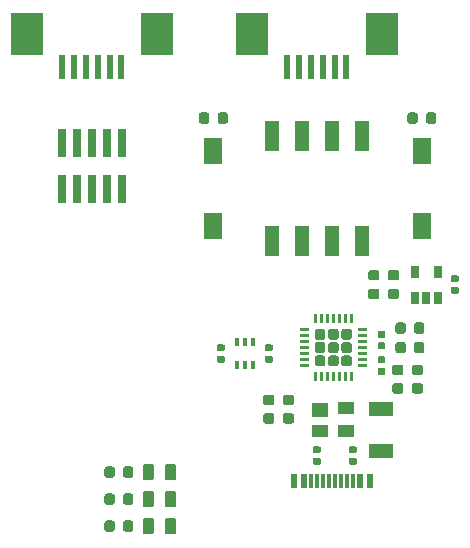
<source format=gbr>
G04 #@! TF.GenerationSoftware,KiCad,Pcbnew,5.1.5+dfsg1-2build2*
G04 #@! TF.CreationDate,2020-06-29T20:33:36+01:00*
G04 #@! TF.ProjectId,program_usb_kit,70726f67-7261-46d5-9f75-73625f6b6974,rev?*
G04 #@! TF.SameCoordinates,Original*
G04 #@! TF.FileFunction,Paste,Top*
G04 #@! TF.FilePolarity,Positive*
%FSLAX46Y46*%
G04 Gerber Fmt 4.6, Leading zero omitted, Abs format (unit mm)*
G04 Created by KiCad (PCBNEW 5.1.5+dfsg1-2build2) date 2020-06-29 20:33:36*
%MOMM*%
%LPD*%
G04 APERTURE LIST*
%ADD10R,1.597660X2.298700*%
%ADD11C,0.100000*%
%ADD12R,0.650000X1.060000*%
%ADD13R,1.270000X2.540000*%
%ADD14R,2.680000X3.600000*%
%ADD15R,0.610000X2.000000*%
%ADD16R,0.740000X2.400000*%
%ADD17R,0.400000X0.650000*%
%ADD18R,0.600000X1.160000*%
%ADD19R,0.300000X1.160000*%
%ADD20R,2.059940X1.270000*%
%ADD21R,1.400000X1.000000*%
%ADD22R,1.400000X1.200000*%
G04 APERTURE END LIST*
D10*
X229362000Y-72999600D03*
X229362000Y-66700400D03*
X247015000Y-72999600D03*
X247015000Y-66700400D03*
D11*
G36*
X230389691Y-63407053D02*
G01*
X230410926Y-63410203D01*
X230431750Y-63415419D01*
X230451962Y-63422651D01*
X230471368Y-63431830D01*
X230489781Y-63442866D01*
X230507024Y-63455654D01*
X230522930Y-63470070D01*
X230537346Y-63485976D01*
X230550134Y-63503219D01*
X230561170Y-63521632D01*
X230570349Y-63541038D01*
X230577581Y-63561250D01*
X230582797Y-63582074D01*
X230585947Y-63603309D01*
X230587000Y-63624750D01*
X230587000Y-64137250D01*
X230585947Y-64158691D01*
X230582797Y-64179926D01*
X230577581Y-64200750D01*
X230570349Y-64220962D01*
X230561170Y-64240368D01*
X230550134Y-64258781D01*
X230537346Y-64276024D01*
X230522930Y-64291930D01*
X230507024Y-64306346D01*
X230489781Y-64319134D01*
X230471368Y-64330170D01*
X230451962Y-64339349D01*
X230431750Y-64346581D01*
X230410926Y-64351797D01*
X230389691Y-64354947D01*
X230368250Y-64356000D01*
X229930750Y-64356000D01*
X229909309Y-64354947D01*
X229888074Y-64351797D01*
X229867250Y-64346581D01*
X229847038Y-64339349D01*
X229827632Y-64330170D01*
X229809219Y-64319134D01*
X229791976Y-64306346D01*
X229776070Y-64291930D01*
X229761654Y-64276024D01*
X229748866Y-64258781D01*
X229737830Y-64240368D01*
X229728651Y-64220962D01*
X229721419Y-64200750D01*
X229716203Y-64179926D01*
X229713053Y-64158691D01*
X229712000Y-64137250D01*
X229712000Y-63624750D01*
X229713053Y-63603309D01*
X229716203Y-63582074D01*
X229721419Y-63561250D01*
X229728651Y-63541038D01*
X229737830Y-63521632D01*
X229748866Y-63503219D01*
X229761654Y-63485976D01*
X229776070Y-63470070D01*
X229791976Y-63455654D01*
X229809219Y-63442866D01*
X229827632Y-63431830D01*
X229847038Y-63422651D01*
X229867250Y-63415419D01*
X229888074Y-63410203D01*
X229909309Y-63407053D01*
X229930750Y-63406000D01*
X230368250Y-63406000D01*
X230389691Y-63407053D01*
G37*
G36*
X228814691Y-63407053D02*
G01*
X228835926Y-63410203D01*
X228856750Y-63415419D01*
X228876962Y-63422651D01*
X228896368Y-63431830D01*
X228914781Y-63442866D01*
X228932024Y-63455654D01*
X228947930Y-63470070D01*
X228962346Y-63485976D01*
X228975134Y-63503219D01*
X228986170Y-63521632D01*
X228995349Y-63541038D01*
X229002581Y-63561250D01*
X229007797Y-63582074D01*
X229010947Y-63603309D01*
X229012000Y-63624750D01*
X229012000Y-64137250D01*
X229010947Y-64158691D01*
X229007797Y-64179926D01*
X229002581Y-64200750D01*
X228995349Y-64220962D01*
X228986170Y-64240368D01*
X228975134Y-64258781D01*
X228962346Y-64276024D01*
X228947930Y-64291930D01*
X228932024Y-64306346D01*
X228914781Y-64319134D01*
X228896368Y-64330170D01*
X228876962Y-64339349D01*
X228856750Y-64346581D01*
X228835926Y-64351797D01*
X228814691Y-64354947D01*
X228793250Y-64356000D01*
X228355750Y-64356000D01*
X228334309Y-64354947D01*
X228313074Y-64351797D01*
X228292250Y-64346581D01*
X228272038Y-64339349D01*
X228252632Y-64330170D01*
X228234219Y-64319134D01*
X228216976Y-64306346D01*
X228201070Y-64291930D01*
X228186654Y-64276024D01*
X228173866Y-64258781D01*
X228162830Y-64240368D01*
X228153651Y-64220962D01*
X228146419Y-64200750D01*
X228141203Y-64179926D01*
X228138053Y-64158691D01*
X228137000Y-64137250D01*
X228137000Y-63624750D01*
X228138053Y-63603309D01*
X228141203Y-63582074D01*
X228146419Y-63561250D01*
X228153651Y-63541038D01*
X228162830Y-63521632D01*
X228173866Y-63503219D01*
X228186654Y-63485976D01*
X228201070Y-63470070D01*
X228216976Y-63455654D01*
X228234219Y-63442866D01*
X228252632Y-63431830D01*
X228272038Y-63422651D01*
X228292250Y-63415419D01*
X228313074Y-63410203D01*
X228334309Y-63407053D01*
X228355750Y-63406000D01*
X228793250Y-63406000D01*
X228814691Y-63407053D01*
G37*
G36*
X248042691Y-63407053D02*
G01*
X248063926Y-63410203D01*
X248084750Y-63415419D01*
X248104962Y-63422651D01*
X248124368Y-63431830D01*
X248142781Y-63442866D01*
X248160024Y-63455654D01*
X248175930Y-63470070D01*
X248190346Y-63485976D01*
X248203134Y-63503219D01*
X248214170Y-63521632D01*
X248223349Y-63541038D01*
X248230581Y-63561250D01*
X248235797Y-63582074D01*
X248238947Y-63603309D01*
X248240000Y-63624750D01*
X248240000Y-64137250D01*
X248238947Y-64158691D01*
X248235797Y-64179926D01*
X248230581Y-64200750D01*
X248223349Y-64220962D01*
X248214170Y-64240368D01*
X248203134Y-64258781D01*
X248190346Y-64276024D01*
X248175930Y-64291930D01*
X248160024Y-64306346D01*
X248142781Y-64319134D01*
X248124368Y-64330170D01*
X248104962Y-64339349D01*
X248084750Y-64346581D01*
X248063926Y-64351797D01*
X248042691Y-64354947D01*
X248021250Y-64356000D01*
X247583750Y-64356000D01*
X247562309Y-64354947D01*
X247541074Y-64351797D01*
X247520250Y-64346581D01*
X247500038Y-64339349D01*
X247480632Y-64330170D01*
X247462219Y-64319134D01*
X247444976Y-64306346D01*
X247429070Y-64291930D01*
X247414654Y-64276024D01*
X247401866Y-64258781D01*
X247390830Y-64240368D01*
X247381651Y-64220962D01*
X247374419Y-64200750D01*
X247369203Y-64179926D01*
X247366053Y-64158691D01*
X247365000Y-64137250D01*
X247365000Y-63624750D01*
X247366053Y-63603309D01*
X247369203Y-63582074D01*
X247374419Y-63561250D01*
X247381651Y-63541038D01*
X247390830Y-63521632D01*
X247401866Y-63503219D01*
X247414654Y-63485976D01*
X247429070Y-63470070D01*
X247444976Y-63455654D01*
X247462219Y-63442866D01*
X247480632Y-63431830D01*
X247500038Y-63422651D01*
X247520250Y-63415419D01*
X247541074Y-63410203D01*
X247562309Y-63407053D01*
X247583750Y-63406000D01*
X248021250Y-63406000D01*
X248042691Y-63407053D01*
G37*
G36*
X246467691Y-63407053D02*
G01*
X246488926Y-63410203D01*
X246509750Y-63415419D01*
X246529962Y-63422651D01*
X246549368Y-63431830D01*
X246567781Y-63442866D01*
X246585024Y-63455654D01*
X246600930Y-63470070D01*
X246615346Y-63485976D01*
X246628134Y-63503219D01*
X246639170Y-63521632D01*
X246648349Y-63541038D01*
X246655581Y-63561250D01*
X246660797Y-63582074D01*
X246663947Y-63603309D01*
X246665000Y-63624750D01*
X246665000Y-64137250D01*
X246663947Y-64158691D01*
X246660797Y-64179926D01*
X246655581Y-64200750D01*
X246648349Y-64220962D01*
X246639170Y-64240368D01*
X246628134Y-64258781D01*
X246615346Y-64276024D01*
X246600930Y-64291930D01*
X246585024Y-64306346D01*
X246567781Y-64319134D01*
X246549368Y-64330170D01*
X246529962Y-64339349D01*
X246509750Y-64346581D01*
X246488926Y-64351797D01*
X246467691Y-64354947D01*
X246446250Y-64356000D01*
X246008750Y-64356000D01*
X245987309Y-64354947D01*
X245966074Y-64351797D01*
X245945250Y-64346581D01*
X245925038Y-64339349D01*
X245905632Y-64330170D01*
X245887219Y-64319134D01*
X245869976Y-64306346D01*
X245854070Y-64291930D01*
X245839654Y-64276024D01*
X245826866Y-64258781D01*
X245815830Y-64240368D01*
X245806651Y-64220962D01*
X245799419Y-64200750D01*
X245794203Y-64179926D01*
X245791053Y-64158691D01*
X245790000Y-64137250D01*
X245790000Y-63624750D01*
X245791053Y-63603309D01*
X245794203Y-63582074D01*
X245799419Y-63561250D01*
X245806651Y-63541038D01*
X245815830Y-63521632D01*
X245826866Y-63503219D01*
X245839654Y-63485976D01*
X245854070Y-63470070D01*
X245869976Y-63455654D01*
X245887219Y-63442866D01*
X245905632Y-63431830D01*
X245925038Y-63422651D01*
X245945250Y-63415419D01*
X245966074Y-63410203D01*
X245987309Y-63407053D01*
X246008750Y-63406000D01*
X246446250Y-63406000D01*
X246467691Y-63407053D01*
G37*
G36*
X222388691Y-93379053D02*
G01*
X222409926Y-93382203D01*
X222430750Y-93387419D01*
X222450962Y-93394651D01*
X222470368Y-93403830D01*
X222488781Y-93414866D01*
X222506024Y-93427654D01*
X222521930Y-93442070D01*
X222536346Y-93457976D01*
X222549134Y-93475219D01*
X222560170Y-93493632D01*
X222569349Y-93513038D01*
X222576581Y-93533250D01*
X222581797Y-93554074D01*
X222584947Y-93575309D01*
X222586000Y-93596750D01*
X222586000Y-94109250D01*
X222584947Y-94130691D01*
X222581797Y-94151926D01*
X222576581Y-94172750D01*
X222569349Y-94192962D01*
X222560170Y-94212368D01*
X222549134Y-94230781D01*
X222536346Y-94248024D01*
X222521930Y-94263930D01*
X222506024Y-94278346D01*
X222488781Y-94291134D01*
X222470368Y-94302170D01*
X222450962Y-94311349D01*
X222430750Y-94318581D01*
X222409926Y-94323797D01*
X222388691Y-94326947D01*
X222367250Y-94328000D01*
X221929750Y-94328000D01*
X221908309Y-94326947D01*
X221887074Y-94323797D01*
X221866250Y-94318581D01*
X221846038Y-94311349D01*
X221826632Y-94302170D01*
X221808219Y-94291134D01*
X221790976Y-94278346D01*
X221775070Y-94263930D01*
X221760654Y-94248024D01*
X221747866Y-94230781D01*
X221736830Y-94212368D01*
X221727651Y-94192962D01*
X221720419Y-94172750D01*
X221715203Y-94151926D01*
X221712053Y-94130691D01*
X221711000Y-94109250D01*
X221711000Y-93596750D01*
X221712053Y-93575309D01*
X221715203Y-93554074D01*
X221720419Y-93533250D01*
X221727651Y-93513038D01*
X221736830Y-93493632D01*
X221747866Y-93475219D01*
X221760654Y-93457976D01*
X221775070Y-93442070D01*
X221790976Y-93427654D01*
X221808219Y-93414866D01*
X221826632Y-93403830D01*
X221846038Y-93394651D01*
X221866250Y-93387419D01*
X221887074Y-93382203D01*
X221908309Y-93379053D01*
X221929750Y-93378000D01*
X222367250Y-93378000D01*
X222388691Y-93379053D01*
G37*
G36*
X220813691Y-93379053D02*
G01*
X220834926Y-93382203D01*
X220855750Y-93387419D01*
X220875962Y-93394651D01*
X220895368Y-93403830D01*
X220913781Y-93414866D01*
X220931024Y-93427654D01*
X220946930Y-93442070D01*
X220961346Y-93457976D01*
X220974134Y-93475219D01*
X220985170Y-93493632D01*
X220994349Y-93513038D01*
X221001581Y-93533250D01*
X221006797Y-93554074D01*
X221009947Y-93575309D01*
X221011000Y-93596750D01*
X221011000Y-94109250D01*
X221009947Y-94130691D01*
X221006797Y-94151926D01*
X221001581Y-94172750D01*
X220994349Y-94192962D01*
X220985170Y-94212368D01*
X220974134Y-94230781D01*
X220961346Y-94248024D01*
X220946930Y-94263930D01*
X220931024Y-94278346D01*
X220913781Y-94291134D01*
X220895368Y-94302170D01*
X220875962Y-94311349D01*
X220855750Y-94318581D01*
X220834926Y-94323797D01*
X220813691Y-94326947D01*
X220792250Y-94328000D01*
X220354750Y-94328000D01*
X220333309Y-94326947D01*
X220312074Y-94323797D01*
X220291250Y-94318581D01*
X220271038Y-94311349D01*
X220251632Y-94302170D01*
X220233219Y-94291134D01*
X220215976Y-94278346D01*
X220200070Y-94263930D01*
X220185654Y-94248024D01*
X220172866Y-94230781D01*
X220161830Y-94212368D01*
X220152651Y-94192962D01*
X220145419Y-94172750D01*
X220140203Y-94151926D01*
X220137053Y-94130691D01*
X220136000Y-94109250D01*
X220136000Y-93596750D01*
X220137053Y-93575309D01*
X220140203Y-93554074D01*
X220145419Y-93533250D01*
X220152651Y-93513038D01*
X220161830Y-93493632D01*
X220172866Y-93475219D01*
X220185654Y-93457976D01*
X220200070Y-93442070D01*
X220215976Y-93427654D01*
X220233219Y-93414866D01*
X220251632Y-93403830D01*
X220271038Y-93394651D01*
X220291250Y-93387419D01*
X220312074Y-93382203D01*
X220333309Y-93379053D01*
X220354750Y-93378000D01*
X220792250Y-93378000D01*
X220813691Y-93379053D01*
G37*
G36*
X222388691Y-95665053D02*
G01*
X222409926Y-95668203D01*
X222430750Y-95673419D01*
X222450962Y-95680651D01*
X222470368Y-95689830D01*
X222488781Y-95700866D01*
X222506024Y-95713654D01*
X222521930Y-95728070D01*
X222536346Y-95743976D01*
X222549134Y-95761219D01*
X222560170Y-95779632D01*
X222569349Y-95799038D01*
X222576581Y-95819250D01*
X222581797Y-95840074D01*
X222584947Y-95861309D01*
X222586000Y-95882750D01*
X222586000Y-96395250D01*
X222584947Y-96416691D01*
X222581797Y-96437926D01*
X222576581Y-96458750D01*
X222569349Y-96478962D01*
X222560170Y-96498368D01*
X222549134Y-96516781D01*
X222536346Y-96534024D01*
X222521930Y-96549930D01*
X222506024Y-96564346D01*
X222488781Y-96577134D01*
X222470368Y-96588170D01*
X222450962Y-96597349D01*
X222430750Y-96604581D01*
X222409926Y-96609797D01*
X222388691Y-96612947D01*
X222367250Y-96614000D01*
X221929750Y-96614000D01*
X221908309Y-96612947D01*
X221887074Y-96609797D01*
X221866250Y-96604581D01*
X221846038Y-96597349D01*
X221826632Y-96588170D01*
X221808219Y-96577134D01*
X221790976Y-96564346D01*
X221775070Y-96549930D01*
X221760654Y-96534024D01*
X221747866Y-96516781D01*
X221736830Y-96498368D01*
X221727651Y-96478962D01*
X221720419Y-96458750D01*
X221715203Y-96437926D01*
X221712053Y-96416691D01*
X221711000Y-96395250D01*
X221711000Y-95882750D01*
X221712053Y-95861309D01*
X221715203Y-95840074D01*
X221720419Y-95819250D01*
X221727651Y-95799038D01*
X221736830Y-95779632D01*
X221747866Y-95761219D01*
X221760654Y-95743976D01*
X221775070Y-95728070D01*
X221790976Y-95713654D01*
X221808219Y-95700866D01*
X221826632Y-95689830D01*
X221846038Y-95680651D01*
X221866250Y-95673419D01*
X221887074Y-95668203D01*
X221908309Y-95665053D01*
X221929750Y-95664000D01*
X222367250Y-95664000D01*
X222388691Y-95665053D01*
G37*
G36*
X220813691Y-95665053D02*
G01*
X220834926Y-95668203D01*
X220855750Y-95673419D01*
X220875962Y-95680651D01*
X220895368Y-95689830D01*
X220913781Y-95700866D01*
X220931024Y-95713654D01*
X220946930Y-95728070D01*
X220961346Y-95743976D01*
X220974134Y-95761219D01*
X220985170Y-95779632D01*
X220994349Y-95799038D01*
X221001581Y-95819250D01*
X221006797Y-95840074D01*
X221009947Y-95861309D01*
X221011000Y-95882750D01*
X221011000Y-96395250D01*
X221009947Y-96416691D01*
X221006797Y-96437926D01*
X221001581Y-96458750D01*
X220994349Y-96478962D01*
X220985170Y-96498368D01*
X220974134Y-96516781D01*
X220961346Y-96534024D01*
X220946930Y-96549930D01*
X220931024Y-96564346D01*
X220913781Y-96577134D01*
X220895368Y-96588170D01*
X220875962Y-96597349D01*
X220855750Y-96604581D01*
X220834926Y-96609797D01*
X220813691Y-96612947D01*
X220792250Y-96614000D01*
X220354750Y-96614000D01*
X220333309Y-96612947D01*
X220312074Y-96609797D01*
X220291250Y-96604581D01*
X220271038Y-96597349D01*
X220251632Y-96588170D01*
X220233219Y-96577134D01*
X220215976Y-96564346D01*
X220200070Y-96549930D01*
X220185654Y-96534024D01*
X220172866Y-96516781D01*
X220161830Y-96498368D01*
X220152651Y-96478962D01*
X220145419Y-96458750D01*
X220140203Y-96437926D01*
X220137053Y-96416691D01*
X220136000Y-96395250D01*
X220136000Y-95882750D01*
X220137053Y-95861309D01*
X220140203Y-95840074D01*
X220145419Y-95819250D01*
X220152651Y-95799038D01*
X220161830Y-95779632D01*
X220172866Y-95761219D01*
X220185654Y-95743976D01*
X220200070Y-95728070D01*
X220215976Y-95713654D01*
X220233219Y-95700866D01*
X220251632Y-95689830D01*
X220271038Y-95680651D01*
X220291250Y-95673419D01*
X220312074Y-95668203D01*
X220333309Y-95665053D01*
X220354750Y-95664000D01*
X220792250Y-95664000D01*
X220813691Y-95665053D01*
G37*
G36*
X222388691Y-97951053D02*
G01*
X222409926Y-97954203D01*
X222430750Y-97959419D01*
X222450962Y-97966651D01*
X222470368Y-97975830D01*
X222488781Y-97986866D01*
X222506024Y-97999654D01*
X222521930Y-98014070D01*
X222536346Y-98029976D01*
X222549134Y-98047219D01*
X222560170Y-98065632D01*
X222569349Y-98085038D01*
X222576581Y-98105250D01*
X222581797Y-98126074D01*
X222584947Y-98147309D01*
X222586000Y-98168750D01*
X222586000Y-98681250D01*
X222584947Y-98702691D01*
X222581797Y-98723926D01*
X222576581Y-98744750D01*
X222569349Y-98764962D01*
X222560170Y-98784368D01*
X222549134Y-98802781D01*
X222536346Y-98820024D01*
X222521930Y-98835930D01*
X222506024Y-98850346D01*
X222488781Y-98863134D01*
X222470368Y-98874170D01*
X222450962Y-98883349D01*
X222430750Y-98890581D01*
X222409926Y-98895797D01*
X222388691Y-98898947D01*
X222367250Y-98900000D01*
X221929750Y-98900000D01*
X221908309Y-98898947D01*
X221887074Y-98895797D01*
X221866250Y-98890581D01*
X221846038Y-98883349D01*
X221826632Y-98874170D01*
X221808219Y-98863134D01*
X221790976Y-98850346D01*
X221775070Y-98835930D01*
X221760654Y-98820024D01*
X221747866Y-98802781D01*
X221736830Y-98784368D01*
X221727651Y-98764962D01*
X221720419Y-98744750D01*
X221715203Y-98723926D01*
X221712053Y-98702691D01*
X221711000Y-98681250D01*
X221711000Y-98168750D01*
X221712053Y-98147309D01*
X221715203Y-98126074D01*
X221720419Y-98105250D01*
X221727651Y-98085038D01*
X221736830Y-98065632D01*
X221747866Y-98047219D01*
X221760654Y-98029976D01*
X221775070Y-98014070D01*
X221790976Y-97999654D01*
X221808219Y-97986866D01*
X221826632Y-97975830D01*
X221846038Y-97966651D01*
X221866250Y-97959419D01*
X221887074Y-97954203D01*
X221908309Y-97951053D01*
X221929750Y-97950000D01*
X222367250Y-97950000D01*
X222388691Y-97951053D01*
G37*
G36*
X220813691Y-97951053D02*
G01*
X220834926Y-97954203D01*
X220855750Y-97959419D01*
X220875962Y-97966651D01*
X220895368Y-97975830D01*
X220913781Y-97986866D01*
X220931024Y-97999654D01*
X220946930Y-98014070D01*
X220961346Y-98029976D01*
X220974134Y-98047219D01*
X220985170Y-98065632D01*
X220994349Y-98085038D01*
X221001581Y-98105250D01*
X221006797Y-98126074D01*
X221009947Y-98147309D01*
X221011000Y-98168750D01*
X221011000Y-98681250D01*
X221009947Y-98702691D01*
X221006797Y-98723926D01*
X221001581Y-98744750D01*
X220994349Y-98764962D01*
X220985170Y-98784368D01*
X220974134Y-98802781D01*
X220961346Y-98820024D01*
X220946930Y-98835930D01*
X220931024Y-98850346D01*
X220913781Y-98863134D01*
X220895368Y-98874170D01*
X220875962Y-98883349D01*
X220855750Y-98890581D01*
X220834926Y-98895797D01*
X220813691Y-98898947D01*
X220792250Y-98900000D01*
X220354750Y-98900000D01*
X220333309Y-98898947D01*
X220312074Y-98895797D01*
X220291250Y-98890581D01*
X220271038Y-98883349D01*
X220251632Y-98874170D01*
X220233219Y-98863134D01*
X220215976Y-98850346D01*
X220200070Y-98835930D01*
X220185654Y-98820024D01*
X220172866Y-98802781D01*
X220161830Y-98784368D01*
X220152651Y-98764962D01*
X220145419Y-98744750D01*
X220140203Y-98723926D01*
X220137053Y-98702691D01*
X220136000Y-98681250D01*
X220136000Y-98168750D01*
X220137053Y-98147309D01*
X220140203Y-98126074D01*
X220145419Y-98105250D01*
X220152651Y-98085038D01*
X220161830Y-98065632D01*
X220172866Y-98047219D01*
X220185654Y-98029976D01*
X220200070Y-98014070D01*
X220215976Y-97999654D01*
X220233219Y-97986866D01*
X220251632Y-97975830D01*
X220271038Y-97966651D01*
X220291250Y-97959419D01*
X220312074Y-97954203D01*
X220333309Y-97951053D01*
X220354750Y-97950000D01*
X220792250Y-97950000D01*
X220813691Y-97951053D01*
G37*
G36*
X224120142Y-93154174D02*
G01*
X224143803Y-93157684D01*
X224167007Y-93163496D01*
X224189529Y-93171554D01*
X224211153Y-93181782D01*
X224231670Y-93194079D01*
X224250883Y-93208329D01*
X224268607Y-93224393D01*
X224284671Y-93242117D01*
X224298921Y-93261330D01*
X224311218Y-93281847D01*
X224321446Y-93303471D01*
X224329504Y-93325993D01*
X224335316Y-93349197D01*
X224338826Y-93372858D01*
X224340000Y-93396750D01*
X224340000Y-94309250D01*
X224338826Y-94333142D01*
X224335316Y-94356803D01*
X224329504Y-94380007D01*
X224321446Y-94402529D01*
X224311218Y-94424153D01*
X224298921Y-94444670D01*
X224284671Y-94463883D01*
X224268607Y-94481607D01*
X224250883Y-94497671D01*
X224231670Y-94511921D01*
X224211153Y-94524218D01*
X224189529Y-94534446D01*
X224167007Y-94542504D01*
X224143803Y-94548316D01*
X224120142Y-94551826D01*
X224096250Y-94553000D01*
X223608750Y-94553000D01*
X223584858Y-94551826D01*
X223561197Y-94548316D01*
X223537993Y-94542504D01*
X223515471Y-94534446D01*
X223493847Y-94524218D01*
X223473330Y-94511921D01*
X223454117Y-94497671D01*
X223436393Y-94481607D01*
X223420329Y-94463883D01*
X223406079Y-94444670D01*
X223393782Y-94424153D01*
X223383554Y-94402529D01*
X223375496Y-94380007D01*
X223369684Y-94356803D01*
X223366174Y-94333142D01*
X223365000Y-94309250D01*
X223365000Y-93396750D01*
X223366174Y-93372858D01*
X223369684Y-93349197D01*
X223375496Y-93325993D01*
X223383554Y-93303471D01*
X223393782Y-93281847D01*
X223406079Y-93261330D01*
X223420329Y-93242117D01*
X223436393Y-93224393D01*
X223454117Y-93208329D01*
X223473330Y-93194079D01*
X223493847Y-93181782D01*
X223515471Y-93171554D01*
X223537993Y-93163496D01*
X223561197Y-93157684D01*
X223584858Y-93154174D01*
X223608750Y-93153000D01*
X224096250Y-93153000D01*
X224120142Y-93154174D01*
G37*
G36*
X225995142Y-93154174D02*
G01*
X226018803Y-93157684D01*
X226042007Y-93163496D01*
X226064529Y-93171554D01*
X226086153Y-93181782D01*
X226106670Y-93194079D01*
X226125883Y-93208329D01*
X226143607Y-93224393D01*
X226159671Y-93242117D01*
X226173921Y-93261330D01*
X226186218Y-93281847D01*
X226196446Y-93303471D01*
X226204504Y-93325993D01*
X226210316Y-93349197D01*
X226213826Y-93372858D01*
X226215000Y-93396750D01*
X226215000Y-94309250D01*
X226213826Y-94333142D01*
X226210316Y-94356803D01*
X226204504Y-94380007D01*
X226196446Y-94402529D01*
X226186218Y-94424153D01*
X226173921Y-94444670D01*
X226159671Y-94463883D01*
X226143607Y-94481607D01*
X226125883Y-94497671D01*
X226106670Y-94511921D01*
X226086153Y-94524218D01*
X226064529Y-94534446D01*
X226042007Y-94542504D01*
X226018803Y-94548316D01*
X225995142Y-94551826D01*
X225971250Y-94553000D01*
X225483750Y-94553000D01*
X225459858Y-94551826D01*
X225436197Y-94548316D01*
X225412993Y-94542504D01*
X225390471Y-94534446D01*
X225368847Y-94524218D01*
X225348330Y-94511921D01*
X225329117Y-94497671D01*
X225311393Y-94481607D01*
X225295329Y-94463883D01*
X225281079Y-94444670D01*
X225268782Y-94424153D01*
X225258554Y-94402529D01*
X225250496Y-94380007D01*
X225244684Y-94356803D01*
X225241174Y-94333142D01*
X225240000Y-94309250D01*
X225240000Y-93396750D01*
X225241174Y-93372858D01*
X225244684Y-93349197D01*
X225250496Y-93325993D01*
X225258554Y-93303471D01*
X225268782Y-93281847D01*
X225281079Y-93261330D01*
X225295329Y-93242117D01*
X225311393Y-93224393D01*
X225329117Y-93208329D01*
X225348330Y-93194079D01*
X225368847Y-93181782D01*
X225390471Y-93171554D01*
X225412993Y-93163496D01*
X225436197Y-93157684D01*
X225459858Y-93154174D01*
X225483750Y-93153000D01*
X225971250Y-93153000D01*
X225995142Y-93154174D01*
G37*
G36*
X224120142Y-95440174D02*
G01*
X224143803Y-95443684D01*
X224167007Y-95449496D01*
X224189529Y-95457554D01*
X224211153Y-95467782D01*
X224231670Y-95480079D01*
X224250883Y-95494329D01*
X224268607Y-95510393D01*
X224284671Y-95528117D01*
X224298921Y-95547330D01*
X224311218Y-95567847D01*
X224321446Y-95589471D01*
X224329504Y-95611993D01*
X224335316Y-95635197D01*
X224338826Y-95658858D01*
X224340000Y-95682750D01*
X224340000Y-96595250D01*
X224338826Y-96619142D01*
X224335316Y-96642803D01*
X224329504Y-96666007D01*
X224321446Y-96688529D01*
X224311218Y-96710153D01*
X224298921Y-96730670D01*
X224284671Y-96749883D01*
X224268607Y-96767607D01*
X224250883Y-96783671D01*
X224231670Y-96797921D01*
X224211153Y-96810218D01*
X224189529Y-96820446D01*
X224167007Y-96828504D01*
X224143803Y-96834316D01*
X224120142Y-96837826D01*
X224096250Y-96839000D01*
X223608750Y-96839000D01*
X223584858Y-96837826D01*
X223561197Y-96834316D01*
X223537993Y-96828504D01*
X223515471Y-96820446D01*
X223493847Y-96810218D01*
X223473330Y-96797921D01*
X223454117Y-96783671D01*
X223436393Y-96767607D01*
X223420329Y-96749883D01*
X223406079Y-96730670D01*
X223393782Y-96710153D01*
X223383554Y-96688529D01*
X223375496Y-96666007D01*
X223369684Y-96642803D01*
X223366174Y-96619142D01*
X223365000Y-96595250D01*
X223365000Y-95682750D01*
X223366174Y-95658858D01*
X223369684Y-95635197D01*
X223375496Y-95611993D01*
X223383554Y-95589471D01*
X223393782Y-95567847D01*
X223406079Y-95547330D01*
X223420329Y-95528117D01*
X223436393Y-95510393D01*
X223454117Y-95494329D01*
X223473330Y-95480079D01*
X223493847Y-95467782D01*
X223515471Y-95457554D01*
X223537993Y-95449496D01*
X223561197Y-95443684D01*
X223584858Y-95440174D01*
X223608750Y-95439000D01*
X224096250Y-95439000D01*
X224120142Y-95440174D01*
G37*
G36*
X225995142Y-95440174D02*
G01*
X226018803Y-95443684D01*
X226042007Y-95449496D01*
X226064529Y-95457554D01*
X226086153Y-95467782D01*
X226106670Y-95480079D01*
X226125883Y-95494329D01*
X226143607Y-95510393D01*
X226159671Y-95528117D01*
X226173921Y-95547330D01*
X226186218Y-95567847D01*
X226196446Y-95589471D01*
X226204504Y-95611993D01*
X226210316Y-95635197D01*
X226213826Y-95658858D01*
X226215000Y-95682750D01*
X226215000Y-96595250D01*
X226213826Y-96619142D01*
X226210316Y-96642803D01*
X226204504Y-96666007D01*
X226196446Y-96688529D01*
X226186218Y-96710153D01*
X226173921Y-96730670D01*
X226159671Y-96749883D01*
X226143607Y-96767607D01*
X226125883Y-96783671D01*
X226106670Y-96797921D01*
X226086153Y-96810218D01*
X226064529Y-96820446D01*
X226042007Y-96828504D01*
X226018803Y-96834316D01*
X225995142Y-96837826D01*
X225971250Y-96839000D01*
X225483750Y-96839000D01*
X225459858Y-96837826D01*
X225436197Y-96834316D01*
X225412993Y-96828504D01*
X225390471Y-96820446D01*
X225368847Y-96810218D01*
X225348330Y-96797921D01*
X225329117Y-96783671D01*
X225311393Y-96767607D01*
X225295329Y-96749883D01*
X225281079Y-96730670D01*
X225268782Y-96710153D01*
X225258554Y-96688529D01*
X225250496Y-96666007D01*
X225244684Y-96642803D01*
X225241174Y-96619142D01*
X225240000Y-96595250D01*
X225240000Y-95682750D01*
X225241174Y-95658858D01*
X225244684Y-95635197D01*
X225250496Y-95611993D01*
X225258554Y-95589471D01*
X225268782Y-95567847D01*
X225281079Y-95547330D01*
X225295329Y-95528117D01*
X225311393Y-95510393D01*
X225329117Y-95494329D01*
X225348330Y-95480079D01*
X225368847Y-95467782D01*
X225390471Y-95457554D01*
X225412993Y-95449496D01*
X225436197Y-95443684D01*
X225459858Y-95440174D01*
X225483750Y-95439000D01*
X225971250Y-95439000D01*
X225995142Y-95440174D01*
G37*
G36*
X224120142Y-97726174D02*
G01*
X224143803Y-97729684D01*
X224167007Y-97735496D01*
X224189529Y-97743554D01*
X224211153Y-97753782D01*
X224231670Y-97766079D01*
X224250883Y-97780329D01*
X224268607Y-97796393D01*
X224284671Y-97814117D01*
X224298921Y-97833330D01*
X224311218Y-97853847D01*
X224321446Y-97875471D01*
X224329504Y-97897993D01*
X224335316Y-97921197D01*
X224338826Y-97944858D01*
X224340000Y-97968750D01*
X224340000Y-98881250D01*
X224338826Y-98905142D01*
X224335316Y-98928803D01*
X224329504Y-98952007D01*
X224321446Y-98974529D01*
X224311218Y-98996153D01*
X224298921Y-99016670D01*
X224284671Y-99035883D01*
X224268607Y-99053607D01*
X224250883Y-99069671D01*
X224231670Y-99083921D01*
X224211153Y-99096218D01*
X224189529Y-99106446D01*
X224167007Y-99114504D01*
X224143803Y-99120316D01*
X224120142Y-99123826D01*
X224096250Y-99125000D01*
X223608750Y-99125000D01*
X223584858Y-99123826D01*
X223561197Y-99120316D01*
X223537993Y-99114504D01*
X223515471Y-99106446D01*
X223493847Y-99096218D01*
X223473330Y-99083921D01*
X223454117Y-99069671D01*
X223436393Y-99053607D01*
X223420329Y-99035883D01*
X223406079Y-99016670D01*
X223393782Y-98996153D01*
X223383554Y-98974529D01*
X223375496Y-98952007D01*
X223369684Y-98928803D01*
X223366174Y-98905142D01*
X223365000Y-98881250D01*
X223365000Y-97968750D01*
X223366174Y-97944858D01*
X223369684Y-97921197D01*
X223375496Y-97897993D01*
X223383554Y-97875471D01*
X223393782Y-97853847D01*
X223406079Y-97833330D01*
X223420329Y-97814117D01*
X223436393Y-97796393D01*
X223454117Y-97780329D01*
X223473330Y-97766079D01*
X223493847Y-97753782D01*
X223515471Y-97743554D01*
X223537993Y-97735496D01*
X223561197Y-97729684D01*
X223584858Y-97726174D01*
X223608750Y-97725000D01*
X224096250Y-97725000D01*
X224120142Y-97726174D01*
G37*
G36*
X225995142Y-97726174D02*
G01*
X226018803Y-97729684D01*
X226042007Y-97735496D01*
X226064529Y-97743554D01*
X226086153Y-97753782D01*
X226106670Y-97766079D01*
X226125883Y-97780329D01*
X226143607Y-97796393D01*
X226159671Y-97814117D01*
X226173921Y-97833330D01*
X226186218Y-97853847D01*
X226196446Y-97875471D01*
X226204504Y-97897993D01*
X226210316Y-97921197D01*
X226213826Y-97944858D01*
X226215000Y-97968750D01*
X226215000Y-98881250D01*
X226213826Y-98905142D01*
X226210316Y-98928803D01*
X226204504Y-98952007D01*
X226196446Y-98974529D01*
X226186218Y-98996153D01*
X226173921Y-99016670D01*
X226159671Y-99035883D01*
X226143607Y-99053607D01*
X226125883Y-99069671D01*
X226106670Y-99083921D01*
X226086153Y-99096218D01*
X226064529Y-99106446D01*
X226042007Y-99114504D01*
X226018803Y-99120316D01*
X225995142Y-99123826D01*
X225971250Y-99125000D01*
X225483750Y-99125000D01*
X225459858Y-99123826D01*
X225436197Y-99120316D01*
X225412993Y-99114504D01*
X225390471Y-99106446D01*
X225368847Y-99096218D01*
X225348330Y-99083921D01*
X225329117Y-99069671D01*
X225311393Y-99053607D01*
X225295329Y-99035883D01*
X225281079Y-99016670D01*
X225268782Y-98996153D01*
X225258554Y-98974529D01*
X225250496Y-98952007D01*
X225244684Y-98928803D01*
X225241174Y-98905142D01*
X225240000Y-98881250D01*
X225240000Y-97968750D01*
X225241174Y-97944858D01*
X225244684Y-97921197D01*
X225250496Y-97897993D01*
X225258554Y-97875471D01*
X225268782Y-97853847D01*
X225281079Y-97833330D01*
X225295329Y-97814117D01*
X225311393Y-97796393D01*
X225329117Y-97780329D01*
X225348330Y-97766079D01*
X225368847Y-97753782D01*
X225390471Y-97743554D01*
X225412993Y-97735496D01*
X225436197Y-97729684D01*
X225459858Y-97726174D01*
X225483750Y-97725000D01*
X225971250Y-97725000D01*
X225995142Y-97726174D01*
G37*
D12*
X246446000Y-76878000D03*
X248346000Y-76878000D03*
X248346000Y-79078000D03*
X247396000Y-79078000D03*
X246446000Y-79078000D03*
D13*
X241935000Y-65405000D03*
X239395000Y-65405000D03*
X236855000Y-65405000D03*
X234315000Y-65405000D03*
X234315000Y-74295000D03*
X236855000Y-74295000D03*
X239395000Y-74295000D03*
X241935000Y-74295000D03*
D14*
X213585000Y-56785000D03*
X224565000Y-56785000D03*
D15*
X216575000Y-59585000D03*
X217575000Y-59585000D03*
X218575000Y-59585000D03*
X219575000Y-59585000D03*
X220575000Y-59585000D03*
X221575000Y-59585000D03*
D14*
X232635000Y-56785000D03*
X243615000Y-56785000D03*
D15*
X235625000Y-59585000D03*
X236625000Y-59585000D03*
X237625000Y-59585000D03*
X238625000Y-59585000D03*
X239625000Y-59585000D03*
X240625000Y-59585000D03*
D16*
X216535000Y-69895000D03*
X216535000Y-65995000D03*
X217805000Y-69895000D03*
X217805000Y-65995000D03*
X219075000Y-69895000D03*
X219075000Y-65995000D03*
X220345000Y-69895000D03*
X220345000Y-65995000D03*
X221615000Y-69895000D03*
X221615000Y-65995000D03*
D11*
G36*
X237415626Y-84687301D02*
G01*
X237421693Y-84688201D01*
X237427643Y-84689691D01*
X237433418Y-84691758D01*
X237438962Y-84694380D01*
X237444223Y-84697533D01*
X237449150Y-84701187D01*
X237453694Y-84705306D01*
X237457813Y-84709850D01*
X237461467Y-84714777D01*
X237464620Y-84720038D01*
X237467242Y-84725582D01*
X237469309Y-84731357D01*
X237470799Y-84737307D01*
X237471699Y-84743374D01*
X237472000Y-84749500D01*
X237472000Y-84874500D01*
X237471699Y-84880626D01*
X237470799Y-84886693D01*
X237469309Y-84892643D01*
X237467242Y-84898418D01*
X237464620Y-84903962D01*
X237461467Y-84909223D01*
X237457813Y-84914150D01*
X237453694Y-84918694D01*
X237449150Y-84922813D01*
X237444223Y-84926467D01*
X237438962Y-84929620D01*
X237433418Y-84932242D01*
X237427643Y-84934309D01*
X237421693Y-84935799D01*
X237415626Y-84936699D01*
X237409500Y-84937000D01*
X236734500Y-84937000D01*
X236728374Y-84936699D01*
X236722307Y-84935799D01*
X236716357Y-84934309D01*
X236710582Y-84932242D01*
X236705038Y-84929620D01*
X236699777Y-84926467D01*
X236694850Y-84922813D01*
X236690306Y-84918694D01*
X236686187Y-84914150D01*
X236682533Y-84909223D01*
X236679380Y-84903962D01*
X236676758Y-84898418D01*
X236674691Y-84892643D01*
X236673201Y-84886693D01*
X236672301Y-84880626D01*
X236672000Y-84874500D01*
X236672000Y-84749500D01*
X236672301Y-84743374D01*
X236673201Y-84737307D01*
X236674691Y-84731357D01*
X236676758Y-84725582D01*
X236679380Y-84720038D01*
X236682533Y-84714777D01*
X236686187Y-84709850D01*
X236690306Y-84705306D01*
X236694850Y-84701187D01*
X236699777Y-84697533D01*
X236705038Y-84694380D01*
X236710582Y-84691758D01*
X236716357Y-84689691D01*
X236722307Y-84688201D01*
X236728374Y-84687301D01*
X236734500Y-84687000D01*
X237409500Y-84687000D01*
X237415626Y-84687301D01*
G37*
G36*
X237415626Y-84187301D02*
G01*
X237421693Y-84188201D01*
X237427643Y-84189691D01*
X237433418Y-84191758D01*
X237438962Y-84194380D01*
X237444223Y-84197533D01*
X237449150Y-84201187D01*
X237453694Y-84205306D01*
X237457813Y-84209850D01*
X237461467Y-84214777D01*
X237464620Y-84220038D01*
X237467242Y-84225582D01*
X237469309Y-84231357D01*
X237470799Y-84237307D01*
X237471699Y-84243374D01*
X237472000Y-84249500D01*
X237472000Y-84374500D01*
X237471699Y-84380626D01*
X237470799Y-84386693D01*
X237469309Y-84392643D01*
X237467242Y-84398418D01*
X237464620Y-84403962D01*
X237461467Y-84409223D01*
X237457813Y-84414150D01*
X237453694Y-84418694D01*
X237449150Y-84422813D01*
X237444223Y-84426467D01*
X237438962Y-84429620D01*
X237433418Y-84432242D01*
X237427643Y-84434309D01*
X237421693Y-84435799D01*
X237415626Y-84436699D01*
X237409500Y-84437000D01*
X236734500Y-84437000D01*
X236728374Y-84436699D01*
X236722307Y-84435799D01*
X236716357Y-84434309D01*
X236710582Y-84432242D01*
X236705038Y-84429620D01*
X236699777Y-84426467D01*
X236694850Y-84422813D01*
X236690306Y-84418694D01*
X236686187Y-84414150D01*
X236682533Y-84409223D01*
X236679380Y-84403962D01*
X236676758Y-84398418D01*
X236674691Y-84392643D01*
X236673201Y-84386693D01*
X236672301Y-84380626D01*
X236672000Y-84374500D01*
X236672000Y-84249500D01*
X236672301Y-84243374D01*
X236673201Y-84237307D01*
X236674691Y-84231357D01*
X236676758Y-84225582D01*
X236679380Y-84220038D01*
X236682533Y-84214777D01*
X236686187Y-84209850D01*
X236690306Y-84205306D01*
X236694850Y-84201187D01*
X236699777Y-84197533D01*
X236705038Y-84194380D01*
X236710582Y-84191758D01*
X236716357Y-84189691D01*
X236722307Y-84188201D01*
X236728374Y-84187301D01*
X236734500Y-84187000D01*
X237409500Y-84187000D01*
X237415626Y-84187301D01*
G37*
G36*
X237415626Y-83687301D02*
G01*
X237421693Y-83688201D01*
X237427643Y-83689691D01*
X237433418Y-83691758D01*
X237438962Y-83694380D01*
X237444223Y-83697533D01*
X237449150Y-83701187D01*
X237453694Y-83705306D01*
X237457813Y-83709850D01*
X237461467Y-83714777D01*
X237464620Y-83720038D01*
X237467242Y-83725582D01*
X237469309Y-83731357D01*
X237470799Y-83737307D01*
X237471699Y-83743374D01*
X237472000Y-83749500D01*
X237472000Y-83874500D01*
X237471699Y-83880626D01*
X237470799Y-83886693D01*
X237469309Y-83892643D01*
X237467242Y-83898418D01*
X237464620Y-83903962D01*
X237461467Y-83909223D01*
X237457813Y-83914150D01*
X237453694Y-83918694D01*
X237449150Y-83922813D01*
X237444223Y-83926467D01*
X237438962Y-83929620D01*
X237433418Y-83932242D01*
X237427643Y-83934309D01*
X237421693Y-83935799D01*
X237415626Y-83936699D01*
X237409500Y-83937000D01*
X236734500Y-83937000D01*
X236728374Y-83936699D01*
X236722307Y-83935799D01*
X236716357Y-83934309D01*
X236710582Y-83932242D01*
X236705038Y-83929620D01*
X236699777Y-83926467D01*
X236694850Y-83922813D01*
X236690306Y-83918694D01*
X236686187Y-83914150D01*
X236682533Y-83909223D01*
X236679380Y-83903962D01*
X236676758Y-83898418D01*
X236674691Y-83892643D01*
X236673201Y-83886693D01*
X236672301Y-83880626D01*
X236672000Y-83874500D01*
X236672000Y-83749500D01*
X236672301Y-83743374D01*
X236673201Y-83737307D01*
X236674691Y-83731357D01*
X236676758Y-83725582D01*
X236679380Y-83720038D01*
X236682533Y-83714777D01*
X236686187Y-83709850D01*
X236690306Y-83705306D01*
X236694850Y-83701187D01*
X236699777Y-83697533D01*
X236705038Y-83694380D01*
X236710582Y-83691758D01*
X236716357Y-83689691D01*
X236722307Y-83688201D01*
X236728374Y-83687301D01*
X236734500Y-83687000D01*
X237409500Y-83687000D01*
X237415626Y-83687301D01*
G37*
G36*
X237415626Y-83187301D02*
G01*
X237421693Y-83188201D01*
X237427643Y-83189691D01*
X237433418Y-83191758D01*
X237438962Y-83194380D01*
X237444223Y-83197533D01*
X237449150Y-83201187D01*
X237453694Y-83205306D01*
X237457813Y-83209850D01*
X237461467Y-83214777D01*
X237464620Y-83220038D01*
X237467242Y-83225582D01*
X237469309Y-83231357D01*
X237470799Y-83237307D01*
X237471699Y-83243374D01*
X237472000Y-83249500D01*
X237472000Y-83374500D01*
X237471699Y-83380626D01*
X237470799Y-83386693D01*
X237469309Y-83392643D01*
X237467242Y-83398418D01*
X237464620Y-83403962D01*
X237461467Y-83409223D01*
X237457813Y-83414150D01*
X237453694Y-83418694D01*
X237449150Y-83422813D01*
X237444223Y-83426467D01*
X237438962Y-83429620D01*
X237433418Y-83432242D01*
X237427643Y-83434309D01*
X237421693Y-83435799D01*
X237415626Y-83436699D01*
X237409500Y-83437000D01*
X236734500Y-83437000D01*
X236728374Y-83436699D01*
X236722307Y-83435799D01*
X236716357Y-83434309D01*
X236710582Y-83432242D01*
X236705038Y-83429620D01*
X236699777Y-83426467D01*
X236694850Y-83422813D01*
X236690306Y-83418694D01*
X236686187Y-83414150D01*
X236682533Y-83409223D01*
X236679380Y-83403962D01*
X236676758Y-83398418D01*
X236674691Y-83392643D01*
X236673201Y-83386693D01*
X236672301Y-83380626D01*
X236672000Y-83374500D01*
X236672000Y-83249500D01*
X236672301Y-83243374D01*
X236673201Y-83237307D01*
X236674691Y-83231357D01*
X236676758Y-83225582D01*
X236679380Y-83220038D01*
X236682533Y-83214777D01*
X236686187Y-83209850D01*
X236690306Y-83205306D01*
X236694850Y-83201187D01*
X236699777Y-83197533D01*
X236705038Y-83194380D01*
X236710582Y-83191758D01*
X236716357Y-83189691D01*
X236722307Y-83188201D01*
X236728374Y-83187301D01*
X236734500Y-83187000D01*
X237409500Y-83187000D01*
X237415626Y-83187301D01*
G37*
G36*
X237415626Y-82687301D02*
G01*
X237421693Y-82688201D01*
X237427643Y-82689691D01*
X237433418Y-82691758D01*
X237438962Y-82694380D01*
X237444223Y-82697533D01*
X237449150Y-82701187D01*
X237453694Y-82705306D01*
X237457813Y-82709850D01*
X237461467Y-82714777D01*
X237464620Y-82720038D01*
X237467242Y-82725582D01*
X237469309Y-82731357D01*
X237470799Y-82737307D01*
X237471699Y-82743374D01*
X237472000Y-82749500D01*
X237472000Y-82874500D01*
X237471699Y-82880626D01*
X237470799Y-82886693D01*
X237469309Y-82892643D01*
X237467242Y-82898418D01*
X237464620Y-82903962D01*
X237461467Y-82909223D01*
X237457813Y-82914150D01*
X237453694Y-82918694D01*
X237449150Y-82922813D01*
X237444223Y-82926467D01*
X237438962Y-82929620D01*
X237433418Y-82932242D01*
X237427643Y-82934309D01*
X237421693Y-82935799D01*
X237415626Y-82936699D01*
X237409500Y-82937000D01*
X236734500Y-82937000D01*
X236728374Y-82936699D01*
X236722307Y-82935799D01*
X236716357Y-82934309D01*
X236710582Y-82932242D01*
X236705038Y-82929620D01*
X236699777Y-82926467D01*
X236694850Y-82922813D01*
X236690306Y-82918694D01*
X236686187Y-82914150D01*
X236682533Y-82909223D01*
X236679380Y-82903962D01*
X236676758Y-82898418D01*
X236674691Y-82892643D01*
X236673201Y-82886693D01*
X236672301Y-82880626D01*
X236672000Y-82874500D01*
X236672000Y-82749500D01*
X236672301Y-82743374D01*
X236673201Y-82737307D01*
X236674691Y-82731357D01*
X236676758Y-82725582D01*
X236679380Y-82720038D01*
X236682533Y-82714777D01*
X236686187Y-82709850D01*
X236690306Y-82705306D01*
X236694850Y-82701187D01*
X236699777Y-82697533D01*
X236705038Y-82694380D01*
X236710582Y-82691758D01*
X236716357Y-82689691D01*
X236722307Y-82688201D01*
X236728374Y-82687301D01*
X236734500Y-82687000D01*
X237409500Y-82687000D01*
X237415626Y-82687301D01*
G37*
G36*
X237415626Y-82187301D02*
G01*
X237421693Y-82188201D01*
X237427643Y-82189691D01*
X237433418Y-82191758D01*
X237438962Y-82194380D01*
X237444223Y-82197533D01*
X237449150Y-82201187D01*
X237453694Y-82205306D01*
X237457813Y-82209850D01*
X237461467Y-82214777D01*
X237464620Y-82220038D01*
X237467242Y-82225582D01*
X237469309Y-82231357D01*
X237470799Y-82237307D01*
X237471699Y-82243374D01*
X237472000Y-82249500D01*
X237472000Y-82374500D01*
X237471699Y-82380626D01*
X237470799Y-82386693D01*
X237469309Y-82392643D01*
X237467242Y-82398418D01*
X237464620Y-82403962D01*
X237461467Y-82409223D01*
X237457813Y-82414150D01*
X237453694Y-82418694D01*
X237449150Y-82422813D01*
X237444223Y-82426467D01*
X237438962Y-82429620D01*
X237433418Y-82432242D01*
X237427643Y-82434309D01*
X237421693Y-82435799D01*
X237415626Y-82436699D01*
X237409500Y-82437000D01*
X236734500Y-82437000D01*
X236728374Y-82436699D01*
X236722307Y-82435799D01*
X236716357Y-82434309D01*
X236710582Y-82432242D01*
X236705038Y-82429620D01*
X236699777Y-82426467D01*
X236694850Y-82422813D01*
X236690306Y-82418694D01*
X236686187Y-82414150D01*
X236682533Y-82409223D01*
X236679380Y-82403962D01*
X236676758Y-82398418D01*
X236674691Y-82392643D01*
X236673201Y-82386693D01*
X236672301Y-82380626D01*
X236672000Y-82374500D01*
X236672000Y-82249500D01*
X236672301Y-82243374D01*
X236673201Y-82237307D01*
X236674691Y-82231357D01*
X236676758Y-82225582D01*
X236679380Y-82220038D01*
X236682533Y-82214777D01*
X236686187Y-82209850D01*
X236690306Y-82205306D01*
X236694850Y-82201187D01*
X236699777Y-82197533D01*
X236705038Y-82194380D01*
X236710582Y-82191758D01*
X236716357Y-82189691D01*
X236722307Y-82188201D01*
X236728374Y-82187301D01*
X236734500Y-82187000D01*
X237409500Y-82187000D01*
X237415626Y-82187301D01*
G37*
G36*
X237415626Y-81687301D02*
G01*
X237421693Y-81688201D01*
X237427643Y-81689691D01*
X237433418Y-81691758D01*
X237438962Y-81694380D01*
X237444223Y-81697533D01*
X237449150Y-81701187D01*
X237453694Y-81705306D01*
X237457813Y-81709850D01*
X237461467Y-81714777D01*
X237464620Y-81720038D01*
X237467242Y-81725582D01*
X237469309Y-81731357D01*
X237470799Y-81737307D01*
X237471699Y-81743374D01*
X237472000Y-81749500D01*
X237472000Y-81874500D01*
X237471699Y-81880626D01*
X237470799Y-81886693D01*
X237469309Y-81892643D01*
X237467242Y-81898418D01*
X237464620Y-81903962D01*
X237461467Y-81909223D01*
X237457813Y-81914150D01*
X237453694Y-81918694D01*
X237449150Y-81922813D01*
X237444223Y-81926467D01*
X237438962Y-81929620D01*
X237433418Y-81932242D01*
X237427643Y-81934309D01*
X237421693Y-81935799D01*
X237415626Y-81936699D01*
X237409500Y-81937000D01*
X236734500Y-81937000D01*
X236728374Y-81936699D01*
X236722307Y-81935799D01*
X236716357Y-81934309D01*
X236710582Y-81932242D01*
X236705038Y-81929620D01*
X236699777Y-81926467D01*
X236694850Y-81922813D01*
X236690306Y-81918694D01*
X236686187Y-81914150D01*
X236682533Y-81909223D01*
X236679380Y-81903962D01*
X236676758Y-81898418D01*
X236674691Y-81892643D01*
X236673201Y-81886693D01*
X236672301Y-81880626D01*
X236672000Y-81874500D01*
X236672000Y-81749500D01*
X236672301Y-81743374D01*
X236673201Y-81737307D01*
X236674691Y-81731357D01*
X236676758Y-81725582D01*
X236679380Y-81720038D01*
X236682533Y-81714777D01*
X236686187Y-81709850D01*
X236690306Y-81705306D01*
X236694850Y-81701187D01*
X236699777Y-81697533D01*
X236705038Y-81694380D01*
X236710582Y-81691758D01*
X236716357Y-81689691D01*
X236722307Y-81688201D01*
X236728374Y-81687301D01*
X236734500Y-81687000D01*
X237409500Y-81687000D01*
X237415626Y-81687301D01*
G37*
G36*
X238090626Y-80462301D02*
G01*
X238096693Y-80463201D01*
X238102643Y-80464691D01*
X238108418Y-80466758D01*
X238113962Y-80469380D01*
X238119223Y-80472533D01*
X238124150Y-80476187D01*
X238128694Y-80480306D01*
X238132813Y-80484850D01*
X238136467Y-80489777D01*
X238139620Y-80495038D01*
X238142242Y-80500582D01*
X238144309Y-80506357D01*
X238145799Y-80512307D01*
X238146699Y-80518374D01*
X238147000Y-80524500D01*
X238147000Y-81199500D01*
X238146699Y-81205626D01*
X238145799Y-81211693D01*
X238144309Y-81217643D01*
X238142242Y-81223418D01*
X238139620Y-81228962D01*
X238136467Y-81234223D01*
X238132813Y-81239150D01*
X238128694Y-81243694D01*
X238124150Y-81247813D01*
X238119223Y-81251467D01*
X238113962Y-81254620D01*
X238108418Y-81257242D01*
X238102643Y-81259309D01*
X238096693Y-81260799D01*
X238090626Y-81261699D01*
X238084500Y-81262000D01*
X237959500Y-81262000D01*
X237953374Y-81261699D01*
X237947307Y-81260799D01*
X237941357Y-81259309D01*
X237935582Y-81257242D01*
X237930038Y-81254620D01*
X237924777Y-81251467D01*
X237919850Y-81247813D01*
X237915306Y-81243694D01*
X237911187Y-81239150D01*
X237907533Y-81234223D01*
X237904380Y-81228962D01*
X237901758Y-81223418D01*
X237899691Y-81217643D01*
X237898201Y-81211693D01*
X237897301Y-81205626D01*
X237897000Y-81199500D01*
X237897000Y-80524500D01*
X237897301Y-80518374D01*
X237898201Y-80512307D01*
X237899691Y-80506357D01*
X237901758Y-80500582D01*
X237904380Y-80495038D01*
X237907533Y-80489777D01*
X237911187Y-80484850D01*
X237915306Y-80480306D01*
X237919850Y-80476187D01*
X237924777Y-80472533D01*
X237930038Y-80469380D01*
X237935582Y-80466758D01*
X237941357Y-80464691D01*
X237947307Y-80463201D01*
X237953374Y-80462301D01*
X237959500Y-80462000D01*
X238084500Y-80462000D01*
X238090626Y-80462301D01*
G37*
G36*
X238590626Y-80462301D02*
G01*
X238596693Y-80463201D01*
X238602643Y-80464691D01*
X238608418Y-80466758D01*
X238613962Y-80469380D01*
X238619223Y-80472533D01*
X238624150Y-80476187D01*
X238628694Y-80480306D01*
X238632813Y-80484850D01*
X238636467Y-80489777D01*
X238639620Y-80495038D01*
X238642242Y-80500582D01*
X238644309Y-80506357D01*
X238645799Y-80512307D01*
X238646699Y-80518374D01*
X238647000Y-80524500D01*
X238647000Y-81199500D01*
X238646699Y-81205626D01*
X238645799Y-81211693D01*
X238644309Y-81217643D01*
X238642242Y-81223418D01*
X238639620Y-81228962D01*
X238636467Y-81234223D01*
X238632813Y-81239150D01*
X238628694Y-81243694D01*
X238624150Y-81247813D01*
X238619223Y-81251467D01*
X238613962Y-81254620D01*
X238608418Y-81257242D01*
X238602643Y-81259309D01*
X238596693Y-81260799D01*
X238590626Y-81261699D01*
X238584500Y-81262000D01*
X238459500Y-81262000D01*
X238453374Y-81261699D01*
X238447307Y-81260799D01*
X238441357Y-81259309D01*
X238435582Y-81257242D01*
X238430038Y-81254620D01*
X238424777Y-81251467D01*
X238419850Y-81247813D01*
X238415306Y-81243694D01*
X238411187Y-81239150D01*
X238407533Y-81234223D01*
X238404380Y-81228962D01*
X238401758Y-81223418D01*
X238399691Y-81217643D01*
X238398201Y-81211693D01*
X238397301Y-81205626D01*
X238397000Y-81199500D01*
X238397000Y-80524500D01*
X238397301Y-80518374D01*
X238398201Y-80512307D01*
X238399691Y-80506357D01*
X238401758Y-80500582D01*
X238404380Y-80495038D01*
X238407533Y-80489777D01*
X238411187Y-80484850D01*
X238415306Y-80480306D01*
X238419850Y-80476187D01*
X238424777Y-80472533D01*
X238430038Y-80469380D01*
X238435582Y-80466758D01*
X238441357Y-80464691D01*
X238447307Y-80463201D01*
X238453374Y-80462301D01*
X238459500Y-80462000D01*
X238584500Y-80462000D01*
X238590626Y-80462301D01*
G37*
G36*
X239090626Y-80462301D02*
G01*
X239096693Y-80463201D01*
X239102643Y-80464691D01*
X239108418Y-80466758D01*
X239113962Y-80469380D01*
X239119223Y-80472533D01*
X239124150Y-80476187D01*
X239128694Y-80480306D01*
X239132813Y-80484850D01*
X239136467Y-80489777D01*
X239139620Y-80495038D01*
X239142242Y-80500582D01*
X239144309Y-80506357D01*
X239145799Y-80512307D01*
X239146699Y-80518374D01*
X239147000Y-80524500D01*
X239147000Y-81199500D01*
X239146699Y-81205626D01*
X239145799Y-81211693D01*
X239144309Y-81217643D01*
X239142242Y-81223418D01*
X239139620Y-81228962D01*
X239136467Y-81234223D01*
X239132813Y-81239150D01*
X239128694Y-81243694D01*
X239124150Y-81247813D01*
X239119223Y-81251467D01*
X239113962Y-81254620D01*
X239108418Y-81257242D01*
X239102643Y-81259309D01*
X239096693Y-81260799D01*
X239090626Y-81261699D01*
X239084500Y-81262000D01*
X238959500Y-81262000D01*
X238953374Y-81261699D01*
X238947307Y-81260799D01*
X238941357Y-81259309D01*
X238935582Y-81257242D01*
X238930038Y-81254620D01*
X238924777Y-81251467D01*
X238919850Y-81247813D01*
X238915306Y-81243694D01*
X238911187Y-81239150D01*
X238907533Y-81234223D01*
X238904380Y-81228962D01*
X238901758Y-81223418D01*
X238899691Y-81217643D01*
X238898201Y-81211693D01*
X238897301Y-81205626D01*
X238897000Y-81199500D01*
X238897000Y-80524500D01*
X238897301Y-80518374D01*
X238898201Y-80512307D01*
X238899691Y-80506357D01*
X238901758Y-80500582D01*
X238904380Y-80495038D01*
X238907533Y-80489777D01*
X238911187Y-80484850D01*
X238915306Y-80480306D01*
X238919850Y-80476187D01*
X238924777Y-80472533D01*
X238930038Y-80469380D01*
X238935582Y-80466758D01*
X238941357Y-80464691D01*
X238947307Y-80463201D01*
X238953374Y-80462301D01*
X238959500Y-80462000D01*
X239084500Y-80462000D01*
X239090626Y-80462301D01*
G37*
G36*
X239590626Y-80462301D02*
G01*
X239596693Y-80463201D01*
X239602643Y-80464691D01*
X239608418Y-80466758D01*
X239613962Y-80469380D01*
X239619223Y-80472533D01*
X239624150Y-80476187D01*
X239628694Y-80480306D01*
X239632813Y-80484850D01*
X239636467Y-80489777D01*
X239639620Y-80495038D01*
X239642242Y-80500582D01*
X239644309Y-80506357D01*
X239645799Y-80512307D01*
X239646699Y-80518374D01*
X239647000Y-80524500D01*
X239647000Y-81199500D01*
X239646699Y-81205626D01*
X239645799Y-81211693D01*
X239644309Y-81217643D01*
X239642242Y-81223418D01*
X239639620Y-81228962D01*
X239636467Y-81234223D01*
X239632813Y-81239150D01*
X239628694Y-81243694D01*
X239624150Y-81247813D01*
X239619223Y-81251467D01*
X239613962Y-81254620D01*
X239608418Y-81257242D01*
X239602643Y-81259309D01*
X239596693Y-81260799D01*
X239590626Y-81261699D01*
X239584500Y-81262000D01*
X239459500Y-81262000D01*
X239453374Y-81261699D01*
X239447307Y-81260799D01*
X239441357Y-81259309D01*
X239435582Y-81257242D01*
X239430038Y-81254620D01*
X239424777Y-81251467D01*
X239419850Y-81247813D01*
X239415306Y-81243694D01*
X239411187Y-81239150D01*
X239407533Y-81234223D01*
X239404380Y-81228962D01*
X239401758Y-81223418D01*
X239399691Y-81217643D01*
X239398201Y-81211693D01*
X239397301Y-81205626D01*
X239397000Y-81199500D01*
X239397000Y-80524500D01*
X239397301Y-80518374D01*
X239398201Y-80512307D01*
X239399691Y-80506357D01*
X239401758Y-80500582D01*
X239404380Y-80495038D01*
X239407533Y-80489777D01*
X239411187Y-80484850D01*
X239415306Y-80480306D01*
X239419850Y-80476187D01*
X239424777Y-80472533D01*
X239430038Y-80469380D01*
X239435582Y-80466758D01*
X239441357Y-80464691D01*
X239447307Y-80463201D01*
X239453374Y-80462301D01*
X239459500Y-80462000D01*
X239584500Y-80462000D01*
X239590626Y-80462301D01*
G37*
G36*
X240090626Y-80462301D02*
G01*
X240096693Y-80463201D01*
X240102643Y-80464691D01*
X240108418Y-80466758D01*
X240113962Y-80469380D01*
X240119223Y-80472533D01*
X240124150Y-80476187D01*
X240128694Y-80480306D01*
X240132813Y-80484850D01*
X240136467Y-80489777D01*
X240139620Y-80495038D01*
X240142242Y-80500582D01*
X240144309Y-80506357D01*
X240145799Y-80512307D01*
X240146699Y-80518374D01*
X240147000Y-80524500D01*
X240147000Y-81199500D01*
X240146699Y-81205626D01*
X240145799Y-81211693D01*
X240144309Y-81217643D01*
X240142242Y-81223418D01*
X240139620Y-81228962D01*
X240136467Y-81234223D01*
X240132813Y-81239150D01*
X240128694Y-81243694D01*
X240124150Y-81247813D01*
X240119223Y-81251467D01*
X240113962Y-81254620D01*
X240108418Y-81257242D01*
X240102643Y-81259309D01*
X240096693Y-81260799D01*
X240090626Y-81261699D01*
X240084500Y-81262000D01*
X239959500Y-81262000D01*
X239953374Y-81261699D01*
X239947307Y-81260799D01*
X239941357Y-81259309D01*
X239935582Y-81257242D01*
X239930038Y-81254620D01*
X239924777Y-81251467D01*
X239919850Y-81247813D01*
X239915306Y-81243694D01*
X239911187Y-81239150D01*
X239907533Y-81234223D01*
X239904380Y-81228962D01*
X239901758Y-81223418D01*
X239899691Y-81217643D01*
X239898201Y-81211693D01*
X239897301Y-81205626D01*
X239897000Y-81199500D01*
X239897000Y-80524500D01*
X239897301Y-80518374D01*
X239898201Y-80512307D01*
X239899691Y-80506357D01*
X239901758Y-80500582D01*
X239904380Y-80495038D01*
X239907533Y-80489777D01*
X239911187Y-80484850D01*
X239915306Y-80480306D01*
X239919850Y-80476187D01*
X239924777Y-80472533D01*
X239930038Y-80469380D01*
X239935582Y-80466758D01*
X239941357Y-80464691D01*
X239947307Y-80463201D01*
X239953374Y-80462301D01*
X239959500Y-80462000D01*
X240084500Y-80462000D01*
X240090626Y-80462301D01*
G37*
G36*
X240590626Y-80462301D02*
G01*
X240596693Y-80463201D01*
X240602643Y-80464691D01*
X240608418Y-80466758D01*
X240613962Y-80469380D01*
X240619223Y-80472533D01*
X240624150Y-80476187D01*
X240628694Y-80480306D01*
X240632813Y-80484850D01*
X240636467Y-80489777D01*
X240639620Y-80495038D01*
X240642242Y-80500582D01*
X240644309Y-80506357D01*
X240645799Y-80512307D01*
X240646699Y-80518374D01*
X240647000Y-80524500D01*
X240647000Y-81199500D01*
X240646699Y-81205626D01*
X240645799Y-81211693D01*
X240644309Y-81217643D01*
X240642242Y-81223418D01*
X240639620Y-81228962D01*
X240636467Y-81234223D01*
X240632813Y-81239150D01*
X240628694Y-81243694D01*
X240624150Y-81247813D01*
X240619223Y-81251467D01*
X240613962Y-81254620D01*
X240608418Y-81257242D01*
X240602643Y-81259309D01*
X240596693Y-81260799D01*
X240590626Y-81261699D01*
X240584500Y-81262000D01*
X240459500Y-81262000D01*
X240453374Y-81261699D01*
X240447307Y-81260799D01*
X240441357Y-81259309D01*
X240435582Y-81257242D01*
X240430038Y-81254620D01*
X240424777Y-81251467D01*
X240419850Y-81247813D01*
X240415306Y-81243694D01*
X240411187Y-81239150D01*
X240407533Y-81234223D01*
X240404380Y-81228962D01*
X240401758Y-81223418D01*
X240399691Y-81217643D01*
X240398201Y-81211693D01*
X240397301Y-81205626D01*
X240397000Y-81199500D01*
X240397000Y-80524500D01*
X240397301Y-80518374D01*
X240398201Y-80512307D01*
X240399691Y-80506357D01*
X240401758Y-80500582D01*
X240404380Y-80495038D01*
X240407533Y-80489777D01*
X240411187Y-80484850D01*
X240415306Y-80480306D01*
X240419850Y-80476187D01*
X240424777Y-80472533D01*
X240430038Y-80469380D01*
X240435582Y-80466758D01*
X240441357Y-80464691D01*
X240447307Y-80463201D01*
X240453374Y-80462301D01*
X240459500Y-80462000D01*
X240584500Y-80462000D01*
X240590626Y-80462301D01*
G37*
G36*
X241090626Y-80462301D02*
G01*
X241096693Y-80463201D01*
X241102643Y-80464691D01*
X241108418Y-80466758D01*
X241113962Y-80469380D01*
X241119223Y-80472533D01*
X241124150Y-80476187D01*
X241128694Y-80480306D01*
X241132813Y-80484850D01*
X241136467Y-80489777D01*
X241139620Y-80495038D01*
X241142242Y-80500582D01*
X241144309Y-80506357D01*
X241145799Y-80512307D01*
X241146699Y-80518374D01*
X241147000Y-80524500D01*
X241147000Y-81199500D01*
X241146699Y-81205626D01*
X241145799Y-81211693D01*
X241144309Y-81217643D01*
X241142242Y-81223418D01*
X241139620Y-81228962D01*
X241136467Y-81234223D01*
X241132813Y-81239150D01*
X241128694Y-81243694D01*
X241124150Y-81247813D01*
X241119223Y-81251467D01*
X241113962Y-81254620D01*
X241108418Y-81257242D01*
X241102643Y-81259309D01*
X241096693Y-81260799D01*
X241090626Y-81261699D01*
X241084500Y-81262000D01*
X240959500Y-81262000D01*
X240953374Y-81261699D01*
X240947307Y-81260799D01*
X240941357Y-81259309D01*
X240935582Y-81257242D01*
X240930038Y-81254620D01*
X240924777Y-81251467D01*
X240919850Y-81247813D01*
X240915306Y-81243694D01*
X240911187Y-81239150D01*
X240907533Y-81234223D01*
X240904380Y-81228962D01*
X240901758Y-81223418D01*
X240899691Y-81217643D01*
X240898201Y-81211693D01*
X240897301Y-81205626D01*
X240897000Y-81199500D01*
X240897000Y-80524500D01*
X240897301Y-80518374D01*
X240898201Y-80512307D01*
X240899691Y-80506357D01*
X240901758Y-80500582D01*
X240904380Y-80495038D01*
X240907533Y-80489777D01*
X240911187Y-80484850D01*
X240915306Y-80480306D01*
X240919850Y-80476187D01*
X240924777Y-80472533D01*
X240930038Y-80469380D01*
X240935582Y-80466758D01*
X240941357Y-80464691D01*
X240947307Y-80463201D01*
X240953374Y-80462301D01*
X240959500Y-80462000D01*
X241084500Y-80462000D01*
X241090626Y-80462301D01*
G37*
G36*
X242315626Y-81687301D02*
G01*
X242321693Y-81688201D01*
X242327643Y-81689691D01*
X242333418Y-81691758D01*
X242338962Y-81694380D01*
X242344223Y-81697533D01*
X242349150Y-81701187D01*
X242353694Y-81705306D01*
X242357813Y-81709850D01*
X242361467Y-81714777D01*
X242364620Y-81720038D01*
X242367242Y-81725582D01*
X242369309Y-81731357D01*
X242370799Y-81737307D01*
X242371699Y-81743374D01*
X242372000Y-81749500D01*
X242372000Y-81874500D01*
X242371699Y-81880626D01*
X242370799Y-81886693D01*
X242369309Y-81892643D01*
X242367242Y-81898418D01*
X242364620Y-81903962D01*
X242361467Y-81909223D01*
X242357813Y-81914150D01*
X242353694Y-81918694D01*
X242349150Y-81922813D01*
X242344223Y-81926467D01*
X242338962Y-81929620D01*
X242333418Y-81932242D01*
X242327643Y-81934309D01*
X242321693Y-81935799D01*
X242315626Y-81936699D01*
X242309500Y-81937000D01*
X241634500Y-81937000D01*
X241628374Y-81936699D01*
X241622307Y-81935799D01*
X241616357Y-81934309D01*
X241610582Y-81932242D01*
X241605038Y-81929620D01*
X241599777Y-81926467D01*
X241594850Y-81922813D01*
X241590306Y-81918694D01*
X241586187Y-81914150D01*
X241582533Y-81909223D01*
X241579380Y-81903962D01*
X241576758Y-81898418D01*
X241574691Y-81892643D01*
X241573201Y-81886693D01*
X241572301Y-81880626D01*
X241572000Y-81874500D01*
X241572000Y-81749500D01*
X241572301Y-81743374D01*
X241573201Y-81737307D01*
X241574691Y-81731357D01*
X241576758Y-81725582D01*
X241579380Y-81720038D01*
X241582533Y-81714777D01*
X241586187Y-81709850D01*
X241590306Y-81705306D01*
X241594850Y-81701187D01*
X241599777Y-81697533D01*
X241605038Y-81694380D01*
X241610582Y-81691758D01*
X241616357Y-81689691D01*
X241622307Y-81688201D01*
X241628374Y-81687301D01*
X241634500Y-81687000D01*
X242309500Y-81687000D01*
X242315626Y-81687301D01*
G37*
G36*
X242315626Y-82187301D02*
G01*
X242321693Y-82188201D01*
X242327643Y-82189691D01*
X242333418Y-82191758D01*
X242338962Y-82194380D01*
X242344223Y-82197533D01*
X242349150Y-82201187D01*
X242353694Y-82205306D01*
X242357813Y-82209850D01*
X242361467Y-82214777D01*
X242364620Y-82220038D01*
X242367242Y-82225582D01*
X242369309Y-82231357D01*
X242370799Y-82237307D01*
X242371699Y-82243374D01*
X242372000Y-82249500D01*
X242372000Y-82374500D01*
X242371699Y-82380626D01*
X242370799Y-82386693D01*
X242369309Y-82392643D01*
X242367242Y-82398418D01*
X242364620Y-82403962D01*
X242361467Y-82409223D01*
X242357813Y-82414150D01*
X242353694Y-82418694D01*
X242349150Y-82422813D01*
X242344223Y-82426467D01*
X242338962Y-82429620D01*
X242333418Y-82432242D01*
X242327643Y-82434309D01*
X242321693Y-82435799D01*
X242315626Y-82436699D01*
X242309500Y-82437000D01*
X241634500Y-82437000D01*
X241628374Y-82436699D01*
X241622307Y-82435799D01*
X241616357Y-82434309D01*
X241610582Y-82432242D01*
X241605038Y-82429620D01*
X241599777Y-82426467D01*
X241594850Y-82422813D01*
X241590306Y-82418694D01*
X241586187Y-82414150D01*
X241582533Y-82409223D01*
X241579380Y-82403962D01*
X241576758Y-82398418D01*
X241574691Y-82392643D01*
X241573201Y-82386693D01*
X241572301Y-82380626D01*
X241572000Y-82374500D01*
X241572000Y-82249500D01*
X241572301Y-82243374D01*
X241573201Y-82237307D01*
X241574691Y-82231357D01*
X241576758Y-82225582D01*
X241579380Y-82220038D01*
X241582533Y-82214777D01*
X241586187Y-82209850D01*
X241590306Y-82205306D01*
X241594850Y-82201187D01*
X241599777Y-82197533D01*
X241605038Y-82194380D01*
X241610582Y-82191758D01*
X241616357Y-82189691D01*
X241622307Y-82188201D01*
X241628374Y-82187301D01*
X241634500Y-82187000D01*
X242309500Y-82187000D01*
X242315626Y-82187301D01*
G37*
G36*
X242315626Y-82687301D02*
G01*
X242321693Y-82688201D01*
X242327643Y-82689691D01*
X242333418Y-82691758D01*
X242338962Y-82694380D01*
X242344223Y-82697533D01*
X242349150Y-82701187D01*
X242353694Y-82705306D01*
X242357813Y-82709850D01*
X242361467Y-82714777D01*
X242364620Y-82720038D01*
X242367242Y-82725582D01*
X242369309Y-82731357D01*
X242370799Y-82737307D01*
X242371699Y-82743374D01*
X242372000Y-82749500D01*
X242372000Y-82874500D01*
X242371699Y-82880626D01*
X242370799Y-82886693D01*
X242369309Y-82892643D01*
X242367242Y-82898418D01*
X242364620Y-82903962D01*
X242361467Y-82909223D01*
X242357813Y-82914150D01*
X242353694Y-82918694D01*
X242349150Y-82922813D01*
X242344223Y-82926467D01*
X242338962Y-82929620D01*
X242333418Y-82932242D01*
X242327643Y-82934309D01*
X242321693Y-82935799D01*
X242315626Y-82936699D01*
X242309500Y-82937000D01*
X241634500Y-82937000D01*
X241628374Y-82936699D01*
X241622307Y-82935799D01*
X241616357Y-82934309D01*
X241610582Y-82932242D01*
X241605038Y-82929620D01*
X241599777Y-82926467D01*
X241594850Y-82922813D01*
X241590306Y-82918694D01*
X241586187Y-82914150D01*
X241582533Y-82909223D01*
X241579380Y-82903962D01*
X241576758Y-82898418D01*
X241574691Y-82892643D01*
X241573201Y-82886693D01*
X241572301Y-82880626D01*
X241572000Y-82874500D01*
X241572000Y-82749500D01*
X241572301Y-82743374D01*
X241573201Y-82737307D01*
X241574691Y-82731357D01*
X241576758Y-82725582D01*
X241579380Y-82720038D01*
X241582533Y-82714777D01*
X241586187Y-82709850D01*
X241590306Y-82705306D01*
X241594850Y-82701187D01*
X241599777Y-82697533D01*
X241605038Y-82694380D01*
X241610582Y-82691758D01*
X241616357Y-82689691D01*
X241622307Y-82688201D01*
X241628374Y-82687301D01*
X241634500Y-82687000D01*
X242309500Y-82687000D01*
X242315626Y-82687301D01*
G37*
G36*
X242315626Y-83187301D02*
G01*
X242321693Y-83188201D01*
X242327643Y-83189691D01*
X242333418Y-83191758D01*
X242338962Y-83194380D01*
X242344223Y-83197533D01*
X242349150Y-83201187D01*
X242353694Y-83205306D01*
X242357813Y-83209850D01*
X242361467Y-83214777D01*
X242364620Y-83220038D01*
X242367242Y-83225582D01*
X242369309Y-83231357D01*
X242370799Y-83237307D01*
X242371699Y-83243374D01*
X242372000Y-83249500D01*
X242372000Y-83374500D01*
X242371699Y-83380626D01*
X242370799Y-83386693D01*
X242369309Y-83392643D01*
X242367242Y-83398418D01*
X242364620Y-83403962D01*
X242361467Y-83409223D01*
X242357813Y-83414150D01*
X242353694Y-83418694D01*
X242349150Y-83422813D01*
X242344223Y-83426467D01*
X242338962Y-83429620D01*
X242333418Y-83432242D01*
X242327643Y-83434309D01*
X242321693Y-83435799D01*
X242315626Y-83436699D01*
X242309500Y-83437000D01*
X241634500Y-83437000D01*
X241628374Y-83436699D01*
X241622307Y-83435799D01*
X241616357Y-83434309D01*
X241610582Y-83432242D01*
X241605038Y-83429620D01*
X241599777Y-83426467D01*
X241594850Y-83422813D01*
X241590306Y-83418694D01*
X241586187Y-83414150D01*
X241582533Y-83409223D01*
X241579380Y-83403962D01*
X241576758Y-83398418D01*
X241574691Y-83392643D01*
X241573201Y-83386693D01*
X241572301Y-83380626D01*
X241572000Y-83374500D01*
X241572000Y-83249500D01*
X241572301Y-83243374D01*
X241573201Y-83237307D01*
X241574691Y-83231357D01*
X241576758Y-83225582D01*
X241579380Y-83220038D01*
X241582533Y-83214777D01*
X241586187Y-83209850D01*
X241590306Y-83205306D01*
X241594850Y-83201187D01*
X241599777Y-83197533D01*
X241605038Y-83194380D01*
X241610582Y-83191758D01*
X241616357Y-83189691D01*
X241622307Y-83188201D01*
X241628374Y-83187301D01*
X241634500Y-83187000D01*
X242309500Y-83187000D01*
X242315626Y-83187301D01*
G37*
G36*
X242315626Y-83687301D02*
G01*
X242321693Y-83688201D01*
X242327643Y-83689691D01*
X242333418Y-83691758D01*
X242338962Y-83694380D01*
X242344223Y-83697533D01*
X242349150Y-83701187D01*
X242353694Y-83705306D01*
X242357813Y-83709850D01*
X242361467Y-83714777D01*
X242364620Y-83720038D01*
X242367242Y-83725582D01*
X242369309Y-83731357D01*
X242370799Y-83737307D01*
X242371699Y-83743374D01*
X242372000Y-83749500D01*
X242372000Y-83874500D01*
X242371699Y-83880626D01*
X242370799Y-83886693D01*
X242369309Y-83892643D01*
X242367242Y-83898418D01*
X242364620Y-83903962D01*
X242361467Y-83909223D01*
X242357813Y-83914150D01*
X242353694Y-83918694D01*
X242349150Y-83922813D01*
X242344223Y-83926467D01*
X242338962Y-83929620D01*
X242333418Y-83932242D01*
X242327643Y-83934309D01*
X242321693Y-83935799D01*
X242315626Y-83936699D01*
X242309500Y-83937000D01*
X241634500Y-83937000D01*
X241628374Y-83936699D01*
X241622307Y-83935799D01*
X241616357Y-83934309D01*
X241610582Y-83932242D01*
X241605038Y-83929620D01*
X241599777Y-83926467D01*
X241594850Y-83922813D01*
X241590306Y-83918694D01*
X241586187Y-83914150D01*
X241582533Y-83909223D01*
X241579380Y-83903962D01*
X241576758Y-83898418D01*
X241574691Y-83892643D01*
X241573201Y-83886693D01*
X241572301Y-83880626D01*
X241572000Y-83874500D01*
X241572000Y-83749500D01*
X241572301Y-83743374D01*
X241573201Y-83737307D01*
X241574691Y-83731357D01*
X241576758Y-83725582D01*
X241579380Y-83720038D01*
X241582533Y-83714777D01*
X241586187Y-83709850D01*
X241590306Y-83705306D01*
X241594850Y-83701187D01*
X241599777Y-83697533D01*
X241605038Y-83694380D01*
X241610582Y-83691758D01*
X241616357Y-83689691D01*
X241622307Y-83688201D01*
X241628374Y-83687301D01*
X241634500Y-83687000D01*
X242309500Y-83687000D01*
X242315626Y-83687301D01*
G37*
G36*
X242315626Y-84187301D02*
G01*
X242321693Y-84188201D01*
X242327643Y-84189691D01*
X242333418Y-84191758D01*
X242338962Y-84194380D01*
X242344223Y-84197533D01*
X242349150Y-84201187D01*
X242353694Y-84205306D01*
X242357813Y-84209850D01*
X242361467Y-84214777D01*
X242364620Y-84220038D01*
X242367242Y-84225582D01*
X242369309Y-84231357D01*
X242370799Y-84237307D01*
X242371699Y-84243374D01*
X242372000Y-84249500D01*
X242372000Y-84374500D01*
X242371699Y-84380626D01*
X242370799Y-84386693D01*
X242369309Y-84392643D01*
X242367242Y-84398418D01*
X242364620Y-84403962D01*
X242361467Y-84409223D01*
X242357813Y-84414150D01*
X242353694Y-84418694D01*
X242349150Y-84422813D01*
X242344223Y-84426467D01*
X242338962Y-84429620D01*
X242333418Y-84432242D01*
X242327643Y-84434309D01*
X242321693Y-84435799D01*
X242315626Y-84436699D01*
X242309500Y-84437000D01*
X241634500Y-84437000D01*
X241628374Y-84436699D01*
X241622307Y-84435799D01*
X241616357Y-84434309D01*
X241610582Y-84432242D01*
X241605038Y-84429620D01*
X241599777Y-84426467D01*
X241594850Y-84422813D01*
X241590306Y-84418694D01*
X241586187Y-84414150D01*
X241582533Y-84409223D01*
X241579380Y-84403962D01*
X241576758Y-84398418D01*
X241574691Y-84392643D01*
X241573201Y-84386693D01*
X241572301Y-84380626D01*
X241572000Y-84374500D01*
X241572000Y-84249500D01*
X241572301Y-84243374D01*
X241573201Y-84237307D01*
X241574691Y-84231357D01*
X241576758Y-84225582D01*
X241579380Y-84220038D01*
X241582533Y-84214777D01*
X241586187Y-84209850D01*
X241590306Y-84205306D01*
X241594850Y-84201187D01*
X241599777Y-84197533D01*
X241605038Y-84194380D01*
X241610582Y-84191758D01*
X241616357Y-84189691D01*
X241622307Y-84188201D01*
X241628374Y-84187301D01*
X241634500Y-84187000D01*
X242309500Y-84187000D01*
X242315626Y-84187301D01*
G37*
G36*
X242315626Y-84687301D02*
G01*
X242321693Y-84688201D01*
X242327643Y-84689691D01*
X242333418Y-84691758D01*
X242338962Y-84694380D01*
X242344223Y-84697533D01*
X242349150Y-84701187D01*
X242353694Y-84705306D01*
X242357813Y-84709850D01*
X242361467Y-84714777D01*
X242364620Y-84720038D01*
X242367242Y-84725582D01*
X242369309Y-84731357D01*
X242370799Y-84737307D01*
X242371699Y-84743374D01*
X242372000Y-84749500D01*
X242372000Y-84874500D01*
X242371699Y-84880626D01*
X242370799Y-84886693D01*
X242369309Y-84892643D01*
X242367242Y-84898418D01*
X242364620Y-84903962D01*
X242361467Y-84909223D01*
X242357813Y-84914150D01*
X242353694Y-84918694D01*
X242349150Y-84922813D01*
X242344223Y-84926467D01*
X242338962Y-84929620D01*
X242333418Y-84932242D01*
X242327643Y-84934309D01*
X242321693Y-84935799D01*
X242315626Y-84936699D01*
X242309500Y-84937000D01*
X241634500Y-84937000D01*
X241628374Y-84936699D01*
X241622307Y-84935799D01*
X241616357Y-84934309D01*
X241610582Y-84932242D01*
X241605038Y-84929620D01*
X241599777Y-84926467D01*
X241594850Y-84922813D01*
X241590306Y-84918694D01*
X241586187Y-84914150D01*
X241582533Y-84909223D01*
X241579380Y-84903962D01*
X241576758Y-84898418D01*
X241574691Y-84892643D01*
X241573201Y-84886693D01*
X241572301Y-84880626D01*
X241572000Y-84874500D01*
X241572000Y-84749500D01*
X241572301Y-84743374D01*
X241573201Y-84737307D01*
X241574691Y-84731357D01*
X241576758Y-84725582D01*
X241579380Y-84720038D01*
X241582533Y-84714777D01*
X241586187Y-84709850D01*
X241590306Y-84705306D01*
X241594850Y-84701187D01*
X241599777Y-84697533D01*
X241605038Y-84694380D01*
X241610582Y-84691758D01*
X241616357Y-84689691D01*
X241622307Y-84688201D01*
X241628374Y-84687301D01*
X241634500Y-84687000D01*
X242309500Y-84687000D01*
X242315626Y-84687301D01*
G37*
G36*
X241090626Y-85362301D02*
G01*
X241096693Y-85363201D01*
X241102643Y-85364691D01*
X241108418Y-85366758D01*
X241113962Y-85369380D01*
X241119223Y-85372533D01*
X241124150Y-85376187D01*
X241128694Y-85380306D01*
X241132813Y-85384850D01*
X241136467Y-85389777D01*
X241139620Y-85395038D01*
X241142242Y-85400582D01*
X241144309Y-85406357D01*
X241145799Y-85412307D01*
X241146699Y-85418374D01*
X241147000Y-85424500D01*
X241147000Y-86099500D01*
X241146699Y-86105626D01*
X241145799Y-86111693D01*
X241144309Y-86117643D01*
X241142242Y-86123418D01*
X241139620Y-86128962D01*
X241136467Y-86134223D01*
X241132813Y-86139150D01*
X241128694Y-86143694D01*
X241124150Y-86147813D01*
X241119223Y-86151467D01*
X241113962Y-86154620D01*
X241108418Y-86157242D01*
X241102643Y-86159309D01*
X241096693Y-86160799D01*
X241090626Y-86161699D01*
X241084500Y-86162000D01*
X240959500Y-86162000D01*
X240953374Y-86161699D01*
X240947307Y-86160799D01*
X240941357Y-86159309D01*
X240935582Y-86157242D01*
X240930038Y-86154620D01*
X240924777Y-86151467D01*
X240919850Y-86147813D01*
X240915306Y-86143694D01*
X240911187Y-86139150D01*
X240907533Y-86134223D01*
X240904380Y-86128962D01*
X240901758Y-86123418D01*
X240899691Y-86117643D01*
X240898201Y-86111693D01*
X240897301Y-86105626D01*
X240897000Y-86099500D01*
X240897000Y-85424500D01*
X240897301Y-85418374D01*
X240898201Y-85412307D01*
X240899691Y-85406357D01*
X240901758Y-85400582D01*
X240904380Y-85395038D01*
X240907533Y-85389777D01*
X240911187Y-85384850D01*
X240915306Y-85380306D01*
X240919850Y-85376187D01*
X240924777Y-85372533D01*
X240930038Y-85369380D01*
X240935582Y-85366758D01*
X240941357Y-85364691D01*
X240947307Y-85363201D01*
X240953374Y-85362301D01*
X240959500Y-85362000D01*
X241084500Y-85362000D01*
X241090626Y-85362301D01*
G37*
G36*
X240590626Y-85362301D02*
G01*
X240596693Y-85363201D01*
X240602643Y-85364691D01*
X240608418Y-85366758D01*
X240613962Y-85369380D01*
X240619223Y-85372533D01*
X240624150Y-85376187D01*
X240628694Y-85380306D01*
X240632813Y-85384850D01*
X240636467Y-85389777D01*
X240639620Y-85395038D01*
X240642242Y-85400582D01*
X240644309Y-85406357D01*
X240645799Y-85412307D01*
X240646699Y-85418374D01*
X240647000Y-85424500D01*
X240647000Y-86099500D01*
X240646699Y-86105626D01*
X240645799Y-86111693D01*
X240644309Y-86117643D01*
X240642242Y-86123418D01*
X240639620Y-86128962D01*
X240636467Y-86134223D01*
X240632813Y-86139150D01*
X240628694Y-86143694D01*
X240624150Y-86147813D01*
X240619223Y-86151467D01*
X240613962Y-86154620D01*
X240608418Y-86157242D01*
X240602643Y-86159309D01*
X240596693Y-86160799D01*
X240590626Y-86161699D01*
X240584500Y-86162000D01*
X240459500Y-86162000D01*
X240453374Y-86161699D01*
X240447307Y-86160799D01*
X240441357Y-86159309D01*
X240435582Y-86157242D01*
X240430038Y-86154620D01*
X240424777Y-86151467D01*
X240419850Y-86147813D01*
X240415306Y-86143694D01*
X240411187Y-86139150D01*
X240407533Y-86134223D01*
X240404380Y-86128962D01*
X240401758Y-86123418D01*
X240399691Y-86117643D01*
X240398201Y-86111693D01*
X240397301Y-86105626D01*
X240397000Y-86099500D01*
X240397000Y-85424500D01*
X240397301Y-85418374D01*
X240398201Y-85412307D01*
X240399691Y-85406357D01*
X240401758Y-85400582D01*
X240404380Y-85395038D01*
X240407533Y-85389777D01*
X240411187Y-85384850D01*
X240415306Y-85380306D01*
X240419850Y-85376187D01*
X240424777Y-85372533D01*
X240430038Y-85369380D01*
X240435582Y-85366758D01*
X240441357Y-85364691D01*
X240447307Y-85363201D01*
X240453374Y-85362301D01*
X240459500Y-85362000D01*
X240584500Y-85362000D01*
X240590626Y-85362301D01*
G37*
G36*
X240090626Y-85362301D02*
G01*
X240096693Y-85363201D01*
X240102643Y-85364691D01*
X240108418Y-85366758D01*
X240113962Y-85369380D01*
X240119223Y-85372533D01*
X240124150Y-85376187D01*
X240128694Y-85380306D01*
X240132813Y-85384850D01*
X240136467Y-85389777D01*
X240139620Y-85395038D01*
X240142242Y-85400582D01*
X240144309Y-85406357D01*
X240145799Y-85412307D01*
X240146699Y-85418374D01*
X240147000Y-85424500D01*
X240147000Y-86099500D01*
X240146699Y-86105626D01*
X240145799Y-86111693D01*
X240144309Y-86117643D01*
X240142242Y-86123418D01*
X240139620Y-86128962D01*
X240136467Y-86134223D01*
X240132813Y-86139150D01*
X240128694Y-86143694D01*
X240124150Y-86147813D01*
X240119223Y-86151467D01*
X240113962Y-86154620D01*
X240108418Y-86157242D01*
X240102643Y-86159309D01*
X240096693Y-86160799D01*
X240090626Y-86161699D01*
X240084500Y-86162000D01*
X239959500Y-86162000D01*
X239953374Y-86161699D01*
X239947307Y-86160799D01*
X239941357Y-86159309D01*
X239935582Y-86157242D01*
X239930038Y-86154620D01*
X239924777Y-86151467D01*
X239919850Y-86147813D01*
X239915306Y-86143694D01*
X239911187Y-86139150D01*
X239907533Y-86134223D01*
X239904380Y-86128962D01*
X239901758Y-86123418D01*
X239899691Y-86117643D01*
X239898201Y-86111693D01*
X239897301Y-86105626D01*
X239897000Y-86099500D01*
X239897000Y-85424500D01*
X239897301Y-85418374D01*
X239898201Y-85412307D01*
X239899691Y-85406357D01*
X239901758Y-85400582D01*
X239904380Y-85395038D01*
X239907533Y-85389777D01*
X239911187Y-85384850D01*
X239915306Y-85380306D01*
X239919850Y-85376187D01*
X239924777Y-85372533D01*
X239930038Y-85369380D01*
X239935582Y-85366758D01*
X239941357Y-85364691D01*
X239947307Y-85363201D01*
X239953374Y-85362301D01*
X239959500Y-85362000D01*
X240084500Y-85362000D01*
X240090626Y-85362301D01*
G37*
G36*
X239590626Y-85362301D02*
G01*
X239596693Y-85363201D01*
X239602643Y-85364691D01*
X239608418Y-85366758D01*
X239613962Y-85369380D01*
X239619223Y-85372533D01*
X239624150Y-85376187D01*
X239628694Y-85380306D01*
X239632813Y-85384850D01*
X239636467Y-85389777D01*
X239639620Y-85395038D01*
X239642242Y-85400582D01*
X239644309Y-85406357D01*
X239645799Y-85412307D01*
X239646699Y-85418374D01*
X239647000Y-85424500D01*
X239647000Y-86099500D01*
X239646699Y-86105626D01*
X239645799Y-86111693D01*
X239644309Y-86117643D01*
X239642242Y-86123418D01*
X239639620Y-86128962D01*
X239636467Y-86134223D01*
X239632813Y-86139150D01*
X239628694Y-86143694D01*
X239624150Y-86147813D01*
X239619223Y-86151467D01*
X239613962Y-86154620D01*
X239608418Y-86157242D01*
X239602643Y-86159309D01*
X239596693Y-86160799D01*
X239590626Y-86161699D01*
X239584500Y-86162000D01*
X239459500Y-86162000D01*
X239453374Y-86161699D01*
X239447307Y-86160799D01*
X239441357Y-86159309D01*
X239435582Y-86157242D01*
X239430038Y-86154620D01*
X239424777Y-86151467D01*
X239419850Y-86147813D01*
X239415306Y-86143694D01*
X239411187Y-86139150D01*
X239407533Y-86134223D01*
X239404380Y-86128962D01*
X239401758Y-86123418D01*
X239399691Y-86117643D01*
X239398201Y-86111693D01*
X239397301Y-86105626D01*
X239397000Y-86099500D01*
X239397000Y-85424500D01*
X239397301Y-85418374D01*
X239398201Y-85412307D01*
X239399691Y-85406357D01*
X239401758Y-85400582D01*
X239404380Y-85395038D01*
X239407533Y-85389777D01*
X239411187Y-85384850D01*
X239415306Y-85380306D01*
X239419850Y-85376187D01*
X239424777Y-85372533D01*
X239430038Y-85369380D01*
X239435582Y-85366758D01*
X239441357Y-85364691D01*
X239447307Y-85363201D01*
X239453374Y-85362301D01*
X239459500Y-85362000D01*
X239584500Y-85362000D01*
X239590626Y-85362301D01*
G37*
G36*
X239090626Y-85362301D02*
G01*
X239096693Y-85363201D01*
X239102643Y-85364691D01*
X239108418Y-85366758D01*
X239113962Y-85369380D01*
X239119223Y-85372533D01*
X239124150Y-85376187D01*
X239128694Y-85380306D01*
X239132813Y-85384850D01*
X239136467Y-85389777D01*
X239139620Y-85395038D01*
X239142242Y-85400582D01*
X239144309Y-85406357D01*
X239145799Y-85412307D01*
X239146699Y-85418374D01*
X239147000Y-85424500D01*
X239147000Y-86099500D01*
X239146699Y-86105626D01*
X239145799Y-86111693D01*
X239144309Y-86117643D01*
X239142242Y-86123418D01*
X239139620Y-86128962D01*
X239136467Y-86134223D01*
X239132813Y-86139150D01*
X239128694Y-86143694D01*
X239124150Y-86147813D01*
X239119223Y-86151467D01*
X239113962Y-86154620D01*
X239108418Y-86157242D01*
X239102643Y-86159309D01*
X239096693Y-86160799D01*
X239090626Y-86161699D01*
X239084500Y-86162000D01*
X238959500Y-86162000D01*
X238953374Y-86161699D01*
X238947307Y-86160799D01*
X238941357Y-86159309D01*
X238935582Y-86157242D01*
X238930038Y-86154620D01*
X238924777Y-86151467D01*
X238919850Y-86147813D01*
X238915306Y-86143694D01*
X238911187Y-86139150D01*
X238907533Y-86134223D01*
X238904380Y-86128962D01*
X238901758Y-86123418D01*
X238899691Y-86117643D01*
X238898201Y-86111693D01*
X238897301Y-86105626D01*
X238897000Y-86099500D01*
X238897000Y-85424500D01*
X238897301Y-85418374D01*
X238898201Y-85412307D01*
X238899691Y-85406357D01*
X238901758Y-85400582D01*
X238904380Y-85395038D01*
X238907533Y-85389777D01*
X238911187Y-85384850D01*
X238915306Y-85380306D01*
X238919850Y-85376187D01*
X238924777Y-85372533D01*
X238930038Y-85369380D01*
X238935582Y-85366758D01*
X238941357Y-85364691D01*
X238947307Y-85363201D01*
X238953374Y-85362301D01*
X238959500Y-85362000D01*
X239084500Y-85362000D01*
X239090626Y-85362301D01*
G37*
G36*
X238590626Y-85362301D02*
G01*
X238596693Y-85363201D01*
X238602643Y-85364691D01*
X238608418Y-85366758D01*
X238613962Y-85369380D01*
X238619223Y-85372533D01*
X238624150Y-85376187D01*
X238628694Y-85380306D01*
X238632813Y-85384850D01*
X238636467Y-85389777D01*
X238639620Y-85395038D01*
X238642242Y-85400582D01*
X238644309Y-85406357D01*
X238645799Y-85412307D01*
X238646699Y-85418374D01*
X238647000Y-85424500D01*
X238647000Y-86099500D01*
X238646699Y-86105626D01*
X238645799Y-86111693D01*
X238644309Y-86117643D01*
X238642242Y-86123418D01*
X238639620Y-86128962D01*
X238636467Y-86134223D01*
X238632813Y-86139150D01*
X238628694Y-86143694D01*
X238624150Y-86147813D01*
X238619223Y-86151467D01*
X238613962Y-86154620D01*
X238608418Y-86157242D01*
X238602643Y-86159309D01*
X238596693Y-86160799D01*
X238590626Y-86161699D01*
X238584500Y-86162000D01*
X238459500Y-86162000D01*
X238453374Y-86161699D01*
X238447307Y-86160799D01*
X238441357Y-86159309D01*
X238435582Y-86157242D01*
X238430038Y-86154620D01*
X238424777Y-86151467D01*
X238419850Y-86147813D01*
X238415306Y-86143694D01*
X238411187Y-86139150D01*
X238407533Y-86134223D01*
X238404380Y-86128962D01*
X238401758Y-86123418D01*
X238399691Y-86117643D01*
X238398201Y-86111693D01*
X238397301Y-86105626D01*
X238397000Y-86099500D01*
X238397000Y-85424500D01*
X238397301Y-85418374D01*
X238398201Y-85412307D01*
X238399691Y-85406357D01*
X238401758Y-85400582D01*
X238404380Y-85395038D01*
X238407533Y-85389777D01*
X238411187Y-85384850D01*
X238415306Y-85380306D01*
X238419850Y-85376187D01*
X238424777Y-85372533D01*
X238430038Y-85369380D01*
X238435582Y-85366758D01*
X238441357Y-85364691D01*
X238447307Y-85363201D01*
X238453374Y-85362301D01*
X238459500Y-85362000D01*
X238584500Y-85362000D01*
X238590626Y-85362301D01*
G37*
G36*
X238090626Y-85362301D02*
G01*
X238096693Y-85363201D01*
X238102643Y-85364691D01*
X238108418Y-85366758D01*
X238113962Y-85369380D01*
X238119223Y-85372533D01*
X238124150Y-85376187D01*
X238128694Y-85380306D01*
X238132813Y-85384850D01*
X238136467Y-85389777D01*
X238139620Y-85395038D01*
X238142242Y-85400582D01*
X238144309Y-85406357D01*
X238145799Y-85412307D01*
X238146699Y-85418374D01*
X238147000Y-85424500D01*
X238147000Y-86099500D01*
X238146699Y-86105626D01*
X238145799Y-86111693D01*
X238144309Y-86117643D01*
X238142242Y-86123418D01*
X238139620Y-86128962D01*
X238136467Y-86134223D01*
X238132813Y-86139150D01*
X238128694Y-86143694D01*
X238124150Y-86147813D01*
X238119223Y-86151467D01*
X238113962Y-86154620D01*
X238108418Y-86157242D01*
X238102643Y-86159309D01*
X238096693Y-86160799D01*
X238090626Y-86161699D01*
X238084500Y-86162000D01*
X237959500Y-86162000D01*
X237953374Y-86161699D01*
X237947307Y-86160799D01*
X237941357Y-86159309D01*
X237935582Y-86157242D01*
X237930038Y-86154620D01*
X237924777Y-86151467D01*
X237919850Y-86147813D01*
X237915306Y-86143694D01*
X237911187Y-86139150D01*
X237907533Y-86134223D01*
X237904380Y-86128962D01*
X237901758Y-86123418D01*
X237899691Y-86117643D01*
X237898201Y-86111693D01*
X237897301Y-86105626D01*
X237897000Y-86099500D01*
X237897000Y-85424500D01*
X237897301Y-85418374D01*
X237898201Y-85412307D01*
X237899691Y-85406357D01*
X237901758Y-85400582D01*
X237904380Y-85395038D01*
X237907533Y-85389777D01*
X237911187Y-85384850D01*
X237915306Y-85380306D01*
X237919850Y-85376187D01*
X237924777Y-85372533D01*
X237930038Y-85369380D01*
X237935582Y-85366758D01*
X237941357Y-85364691D01*
X237947307Y-85363201D01*
X237953374Y-85362301D01*
X237959500Y-85362000D01*
X238084500Y-85362000D01*
X238090626Y-85362301D01*
G37*
G36*
X240889054Y-81743083D02*
G01*
X240910895Y-81746323D01*
X240932314Y-81751688D01*
X240953104Y-81759127D01*
X240973064Y-81768568D01*
X240992003Y-81779919D01*
X241009738Y-81793073D01*
X241026099Y-81807901D01*
X241040927Y-81824262D01*
X241054081Y-81841997D01*
X241065432Y-81860936D01*
X241074873Y-81880896D01*
X241082312Y-81901686D01*
X241087677Y-81923105D01*
X241090917Y-81944946D01*
X241092000Y-81967000D01*
X241092000Y-82417000D01*
X241090917Y-82439054D01*
X241087677Y-82460895D01*
X241082312Y-82482314D01*
X241074873Y-82503104D01*
X241065432Y-82523064D01*
X241054081Y-82542003D01*
X241040927Y-82559738D01*
X241026099Y-82576099D01*
X241009738Y-82590927D01*
X240992003Y-82604081D01*
X240973064Y-82615432D01*
X240953104Y-82624873D01*
X240932314Y-82632312D01*
X240910895Y-82637677D01*
X240889054Y-82640917D01*
X240867000Y-82642000D01*
X240417000Y-82642000D01*
X240394946Y-82640917D01*
X240373105Y-82637677D01*
X240351686Y-82632312D01*
X240330896Y-82624873D01*
X240310936Y-82615432D01*
X240291997Y-82604081D01*
X240274262Y-82590927D01*
X240257901Y-82576099D01*
X240243073Y-82559738D01*
X240229919Y-82542003D01*
X240218568Y-82523064D01*
X240209127Y-82503104D01*
X240201688Y-82482314D01*
X240196323Y-82460895D01*
X240193083Y-82439054D01*
X240192000Y-82417000D01*
X240192000Y-81967000D01*
X240193083Y-81944946D01*
X240196323Y-81923105D01*
X240201688Y-81901686D01*
X240209127Y-81880896D01*
X240218568Y-81860936D01*
X240229919Y-81841997D01*
X240243073Y-81824262D01*
X240257901Y-81807901D01*
X240274262Y-81793073D01*
X240291997Y-81779919D01*
X240310936Y-81768568D01*
X240330896Y-81759127D01*
X240351686Y-81751688D01*
X240373105Y-81746323D01*
X240394946Y-81743083D01*
X240417000Y-81742000D01*
X240867000Y-81742000D01*
X240889054Y-81743083D01*
G37*
G36*
X239769054Y-81743083D02*
G01*
X239790895Y-81746323D01*
X239812314Y-81751688D01*
X239833104Y-81759127D01*
X239853064Y-81768568D01*
X239872003Y-81779919D01*
X239889738Y-81793073D01*
X239906099Y-81807901D01*
X239920927Y-81824262D01*
X239934081Y-81841997D01*
X239945432Y-81860936D01*
X239954873Y-81880896D01*
X239962312Y-81901686D01*
X239967677Y-81923105D01*
X239970917Y-81944946D01*
X239972000Y-81967000D01*
X239972000Y-82417000D01*
X239970917Y-82439054D01*
X239967677Y-82460895D01*
X239962312Y-82482314D01*
X239954873Y-82503104D01*
X239945432Y-82523064D01*
X239934081Y-82542003D01*
X239920927Y-82559738D01*
X239906099Y-82576099D01*
X239889738Y-82590927D01*
X239872003Y-82604081D01*
X239853064Y-82615432D01*
X239833104Y-82624873D01*
X239812314Y-82632312D01*
X239790895Y-82637677D01*
X239769054Y-82640917D01*
X239747000Y-82642000D01*
X239297000Y-82642000D01*
X239274946Y-82640917D01*
X239253105Y-82637677D01*
X239231686Y-82632312D01*
X239210896Y-82624873D01*
X239190936Y-82615432D01*
X239171997Y-82604081D01*
X239154262Y-82590927D01*
X239137901Y-82576099D01*
X239123073Y-82559738D01*
X239109919Y-82542003D01*
X239098568Y-82523064D01*
X239089127Y-82503104D01*
X239081688Y-82482314D01*
X239076323Y-82460895D01*
X239073083Y-82439054D01*
X239072000Y-82417000D01*
X239072000Y-81967000D01*
X239073083Y-81944946D01*
X239076323Y-81923105D01*
X239081688Y-81901686D01*
X239089127Y-81880896D01*
X239098568Y-81860936D01*
X239109919Y-81841997D01*
X239123073Y-81824262D01*
X239137901Y-81807901D01*
X239154262Y-81793073D01*
X239171997Y-81779919D01*
X239190936Y-81768568D01*
X239210896Y-81759127D01*
X239231686Y-81751688D01*
X239253105Y-81746323D01*
X239274946Y-81743083D01*
X239297000Y-81742000D01*
X239747000Y-81742000D01*
X239769054Y-81743083D01*
G37*
G36*
X238649054Y-81743083D02*
G01*
X238670895Y-81746323D01*
X238692314Y-81751688D01*
X238713104Y-81759127D01*
X238733064Y-81768568D01*
X238752003Y-81779919D01*
X238769738Y-81793073D01*
X238786099Y-81807901D01*
X238800927Y-81824262D01*
X238814081Y-81841997D01*
X238825432Y-81860936D01*
X238834873Y-81880896D01*
X238842312Y-81901686D01*
X238847677Y-81923105D01*
X238850917Y-81944946D01*
X238852000Y-81967000D01*
X238852000Y-82417000D01*
X238850917Y-82439054D01*
X238847677Y-82460895D01*
X238842312Y-82482314D01*
X238834873Y-82503104D01*
X238825432Y-82523064D01*
X238814081Y-82542003D01*
X238800927Y-82559738D01*
X238786099Y-82576099D01*
X238769738Y-82590927D01*
X238752003Y-82604081D01*
X238733064Y-82615432D01*
X238713104Y-82624873D01*
X238692314Y-82632312D01*
X238670895Y-82637677D01*
X238649054Y-82640917D01*
X238627000Y-82642000D01*
X238177000Y-82642000D01*
X238154946Y-82640917D01*
X238133105Y-82637677D01*
X238111686Y-82632312D01*
X238090896Y-82624873D01*
X238070936Y-82615432D01*
X238051997Y-82604081D01*
X238034262Y-82590927D01*
X238017901Y-82576099D01*
X238003073Y-82559738D01*
X237989919Y-82542003D01*
X237978568Y-82523064D01*
X237969127Y-82503104D01*
X237961688Y-82482314D01*
X237956323Y-82460895D01*
X237953083Y-82439054D01*
X237952000Y-82417000D01*
X237952000Y-81967000D01*
X237953083Y-81944946D01*
X237956323Y-81923105D01*
X237961688Y-81901686D01*
X237969127Y-81880896D01*
X237978568Y-81860936D01*
X237989919Y-81841997D01*
X238003073Y-81824262D01*
X238017901Y-81807901D01*
X238034262Y-81793073D01*
X238051997Y-81779919D01*
X238070936Y-81768568D01*
X238090896Y-81759127D01*
X238111686Y-81751688D01*
X238133105Y-81746323D01*
X238154946Y-81743083D01*
X238177000Y-81742000D01*
X238627000Y-81742000D01*
X238649054Y-81743083D01*
G37*
G36*
X240889054Y-82863083D02*
G01*
X240910895Y-82866323D01*
X240932314Y-82871688D01*
X240953104Y-82879127D01*
X240973064Y-82888568D01*
X240992003Y-82899919D01*
X241009738Y-82913073D01*
X241026099Y-82927901D01*
X241040927Y-82944262D01*
X241054081Y-82961997D01*
X241065432Y-82980936D01*
X241074873Y-83000896D01*
X241082312Y-83021686D01*
X241087677Y-83043105D01*
X241090917Y-83064946D01*
X241092000Y-83087000D01*
X241092000Y-83537000D01*
X241090917Y-83559054D01*
X241087677Y-83580895D01*
X241082312Y-83602314D01*
X241074873Y-83623104D01*
X241065432Y-83643064D01*
X241054081Y-83662003D01*
X241040927Y-83679738D01*
X241026099Y-83696099D01*
X241009738Y-83710927D01*
X240992003Y-83724081D01*
X240973064Y-83735432D01*
X240953104Y-83744873D01*
X240932314Y-83752312D01*
X240910895Y-83757677D01*
X240889054Y-83760917D01*
X240867000Y-83762000D01*
X240417000Y-83762000D01*
X240394946Y-83760917D01*
X240373105Y-83757677D01*
X240351686Y-83752312D01*
X240330896Y-83744873D01*
X240310936Y-83735432D01*
X240291997Y-83724081D01*
X240274262Y-83710927D01*
X240257901Y-83696099D01*
X240243073Y-83679738D01*
X240229919Y-83662003D01*
X240218568Y-83643064D01*
X240209127Y-83623104D01*
X240201688Y-83602314D01*
X240196323Y-83580895D01*
X240193083Y-83559054D01*
X240192000Y-83537000D01*
X240192000Y-83087000D01*
X240193083Y-83064946D01*
X240196323Y-83043105D01*
X240201688Y-83021686D01*
X240209127Y-83000896D01*
X240218568Y-82980936D01*
X240229919Y-82961997D01*
X240243073Y-82944262D01*
X240257901Y-82927901D01*
X240274262Y-82913073D01*
X240291997Y-82899919D01*
X240310936Y-82888568D01*
X240330896Y-82879127D01*
X240351686Y-82871688D01*
X240373105Y-82866323D01*
X240394946Y-82863083D01*
X240417000Y-82862000D01*
X240867000Y-82862000D01*
X240889054Y-82863083D01*
G37*
G36*
X239769054Y-82863083D02*
G01*
X239790895Y-82866323D01*
X239812314Y-82871688D01*
X239833104Y-82879127D01*
X239853064Y-82888568D01*
X239872003Y-82899919D01*
X239889738Y-82913073D01*
X239906099Y-82927901D01*
X239920927Y-82944262D01*
X239934081Y-82961997D01*
X239945432Y-82980936D01*
X239954873Y-83000896D01*
X239962312Y-83021686D01*
X239967677Y-83043105D01*
X239970917Y-83064946D01*
X239972000Y-83087000D01*
X239972000Y-83537000D01*
X239970917Y-83559054D01*
X239967677Y-83580895D01*
X239962312Y-83602314D01*
X239954873Y-83623104D01*
X239945432Y-83643064D01*
X239934081Y-83662003D01*
X239920927Y-83679738D01*
X239906099Y-83696099D01*
X239889738Y-83710927D01*
X239872003Y-83724081D01*
X239853064Y-83735432D01*
X239833104Y-83744873D01*
X239812314Y-83752312D01*
X239790895Y-83757677D01*
X239769054Y-83760917D01*
X239747000Y-83762000D01*
X239297000Y-83762000D01*
X239274946Y-83760917D01*
X239253105Y-83757677D01*
X239231686Y-83752312D01*
X239210896Y-83744873D01*
X239190936Y-83735432D01*
X239171997Y-83724081D01*
X239154262Y-83710927D01*
X239137901Y-83696099D01*
X239123073Y-83679738D01*
X239109919Y-83662003D01*
X239098568Y-83643064D01*
X239089127Y-83623104D01*
X239081688Y-83602314D01*
X239076323Y-83580895D01*
X239073083Y-83559054D01*
X239072000Y-83537000D01*
X239072000Y-83087000D01*
X239073083Y-83064946D01*
X239076323Y-83043105D01*
X239081688Y-83021686D01*
X239089127Y-83000896D01*
X239098568Y-82980936D01*
X239109919Y-82961997D01*
X239123073Y-82944262D01*
X239137901Y-82927901D01*
X239154262Y-82913073D01*
X239171997Y-82899919D01*
X239190936Y-82888568D01*
X239210896Y-82879127D01*
X239231686Y-82871688D01*
X239253105Y-82866323D01*
X239274946Y-82863083D01*
X239297000Y-82862000D01*
X239747000Y-82862000D01*
X239769054Y-82863083D01*
G37*
G36*
X238649054Y-82863083D02*
G01*
X238670895Y-82866323D01*
X238692314Y-82871688D01*
X238713104Y-82879127D01*
X238733064Y-82888568D01*
X238752003Y-82899919D01*
X238769738Y-82913073D01*
X238786099Y-82927901D01*
X238800927Y-82944262D01*
X238814081Y-82961997D01*
X238825432Y-82980936D01*
X238834873Y-83000896D01*
X238842312Y-83021686D01*
X238847677Y-83043105D01*
X238850917Y-83064946D01*
X238852000Y-83087000D01*
X238852000Y-83537000D01*
X238850917Y-83559054D01*
X238847677Y-83580895D01*
X238842312Y-83602314D01*
X238834873Y-83623104D01*
X238825432Y-83643064D01*
X238814081Y-83662003D01*
X238800927Y-83679738D01*
X238786099Y-83696099D01*
X238769738Y-83710927D01*
X238752003Y-83724081D01*
X238733064Y-83735432D01*
X238713104Y-83744873D01*
X238692314Y-83752312D01*
X238670895Y-83757677D01*
X238649054Y-83760917D01*
X238627000Y-83762000D01*
X238177000Y-83762000D01*
X238154946Y-83760917D01*
X238133105Y-83757677D01*
X238111686Y-83752312D01*
X238090896Y-83744873D01*
X238070936Y-83735432D01*
X238051997Y-83724081D01*
X238034262Y-83710927D01*
X238017901Y-83696099D01*
X238003073Y-83679738D01*
X237989919Y-83662003D01*
X237978568Y-83643064D01*
X237969127Y-83623104D01*
X237961688Y-83602314D01*
X237956323Y-83580895D01*
X237953083Y-83559054D01*
X237952000Y-83537000D01*
X237952000Y-83087000D01*
X237953083Y-83064946D01*
X237956323Y-83043105D01*
X237961688Y-83021686D01*
X237969127Y-83000896D01*
X237978568Y-82980936D01*
X237989919Y-82961997D01*
X238003073Y-82944262D01*
X238017901Y-82927901D01*
X238034262Y-82913073D01*
X238051997Y-82899919D01*
X238070936Y-82888568D01*
X238090896Y-82879127D01*
X238111686Y-82871688D01*
X238133105Y-82866323D01*
X238154946Y-82863083D01*
X238177000Y-82862000D01*
X238627000Y-82862000D01*
X238649054Y-82863083D01*
G37*
G36*
X240889054Y-83983083D02*
G01*
X240910895Y-83986323D01*
X240932314Y-83991688D01*
X240953104Y-83999127D01*
X240973064Y-84008568D01*
X240992003Y-84019919D01*
X241009738Y-84033073D01*
X241026099Y-84047901D01*
X241040927Y-84064262D01*
X241054081Y-84081997D01*
X241065432Y-84100936D01*
X241074873Y-84120896D01*
X241082312Y-84141686D01*
X241087677Y-84163105D01*
X241090917Y-84184946D01*
X241092000Y-84207000D01*
X241092000Y-84657000D01*
X241090917Y-84679054D01*
X241087677Y-84700895D01*
X241082312Y-84722314D01*
X241074873Y-84743104D01*
X241065432Y-84763064D01*
X241054081Y-84782003D01*
X241040927Y-84799738D01*
X241026099Y-84816099D01*
X241009738Y-84830927D01*
X240992003Y-84844081D01*
X240973064Y-84855432D01*
X240953104Y-84864873D01*
X240932314Y-84872312D01*
X240910895Y-84877677D01*
X240889054Y-84880917D01*
X240867000Y-84882000D01*
X240417000Y-84882000D01*
X240394946Y-84880917D01*
X240373105Y-84877677D01*
X240351686Y-84872312D01*
X240330896Y-84864873D01*
X240310936Y-84855432D01*
X240291997Y-84844081D01*
X240274262Y-84830927D01*
X240257901Y-84816099D01*
X240243073Y-84799738D01*
X240229919Y-84782003D01*
X240218568Y-84763064D01*
X240209127Y-84743104D01*
X240201688Y-84722314D01*
X240196323Y-84700895D01*
X240193083Y-84679054D01*
X240192000Y-84657000D01*
X240192000Y-84207000D01*
X240193083Y-84184946D01*
X240196323Y-84163105D01*
X240201688Y-84141686D01*
X240209127Y-84120896D01*
X240218568Y-84100936D01*
X240229919Y-84081997D01*
X240243073Y-84064262D01*
X240257901Y-84047901D01*
X240274262Y-84033073D01*
X240291997Y-84019919D01*
X240310936Y-84008568D01*
X240330896Y-83999127D01*
X240351686Y-83991688D01*
X240373105Y-83986323D01*
X240394946Y-83983083D01*
X240417000Y-83982000D01*
X240867000Y-83982000D01*
X240889054Y-83983083D01*
G37*
G36*
X239769054Y-83983083D02*
G01*
X239790895Y-83986323D01*
X239812314Y-83991688D01*
X239833104Y-83999127D01*
X239853064Y-84008568D01*
X239872003Y-84019919D01*
X239889738Y-84033073D01*
X239906099Y-84047901D01*
X239920927Y-84064262D01*
X239934081Y-84081997D01*
X239945432Y-84100936D01*
X239954873Y-84120896D01*
X239962312Y-84141686D01*
X239967677Y-84163105D01*
X239970917Y-84184946D01*
X239972000Y-84207000D01*
X239972000Y-84657000D01*
X239970917Y-84679054D01*
X239967677Y-84700895D01*
X239962312Y-84722314D01*
X239954873Y-84743104D01*
X239945432Y-84763064D01*
X239934081Y-84782003D01*
X239920927Y-84799738D01*
X239906099Y-84816099D01*
X239889738Y-84830927D01*
X239872003Y-84844081D01*
X239853064Y-84855432D01*
X239833104Y-84864873D01*
X239812314Y-84872312D01*
X239790895Y-84877677D01*
X239769054Y-84880917D01*
X239747000Y-84882000D01*
X239297000Y-84882000D01*
X239274946Y-84880917D01*
X239253105Y-84877677D01*
X239231686Y-84872312D01*
X239210896Y-84864873D01*
X239190936Y-84855432D01*
X239171997Y-84844081D01*
X239154262Y-84830927D01*
X239137901Y-84816099D01*
X239123073Y-84799738D01*
X239109919Y-84782003D01*
X239098568Y-84763064D01*
X239089127Y-84743104D01*
X239081688Y-84722314D01*
X239076323Y-84700895D01*
X239073083Y-84679054D01*
X239072000Y-84657000D01*
X239072000Y-84207000D01*
X239073083Y-84184946D01*
X239076323Y-84163105D01*
X239081688Y-84141686D01*
X239089127Y-84120896D01*
X239098568Y-84100936D01*
X239109919Y-84081997D01*
X239123073Y-84064262D01*
X239137901Y-84047901D01*
X239154262Y-84033073D01*
X239171997Y-84019919D01*
X239190936Y-84008568D01*
X239210896Y-83999127D01*
X239231686Y-83991688D01*
X239253105Y-83986323D01*
X239274946Y-83983083D01*
X239297000Y-83982000D01*
X239747000Y-83982000D01*
X239769054Y-83983083D01*
G37*
G36*
X238649054Y-83983083D02*
G01*
X238670895Y-83986323D01*
X238692314Y-83991688D01*
X238713104Y-83999127D01*
X238733064Y-84008568D01*
X238752003Y-84019919D01*
X238769738Y-84033073D01*
X238786099Y-84047901D01*
X238800927Y-84064262D01*
X238814081Y-84081997D01*
X238825432Y-84100936D01*
X238834873Y-84120896D01*
X238842312Y-84141686D01*
X238847677Y-84163105D01*
X238850917Y-84184946D01*
X238852000Y-84207000D01*
X238852000Y-84657000D01*
X238850917Y-84679054D01*
X238847677Y-84700895D01*
X238842312Y-84722314D01*
X238834873Y-84743104D01*
X238825432Y-84763064D01*
X238814081Y-84782003D01*
X238800927Y-84799738D01*
X238786099Y-84816099D01*
X238769738Y-84830927D01*
X238752003Y-84844081D01*
X238733064Y-84855432D01*
X238713104Y-84864873D01*
X238692314Y-84872312D01*
X238670895Y-84877677D01*
X238649054Y-84880917D01*
X238627000Y-84882000D01*
X238177000Y-84882000D01*
X238154946Y-84880917D01*
X238133105Y-84877677D01*
X238111686Y-84872312D01*
X238090896Y-84864873D01*
X238070936Y-84855432D01*
X238051997Y-84844081D01*
X238034262Y-84830927D01*
X238017901Y-84816099D01*
X238003073Y-84799738D01*
X237989919Y-84782003D01*
X237978568Y-84763064D01*
X237969127Y-84743104D01*
X237961688Y-84722314D01*
X237956323Y-84700895D01*
X237953083Y-84679054D01*
X237952000Y-84657000D01*
X237952000Y-84207000D01*
X237953083Y-84184946D01*
X237956323Y-84163105D01*
X237961688Y-84141686D01*
X237969127Y-84120896D01*
X237978568Y-84100936D01*
X237989919Y-84081997D01*
X238003073Y-84064262D01*
X238017901Y-84047901D01*
X238034262Y-84033073D01*
X238051997Y-84019919D01*
X238070936Y-84008568D01*
X238090896Y-83999127D01*
X238111686Y-83991688D01*
X238133105Y-83986323D01*
X238154946Y-83983083D01*
X238177000Y-83982000D01*
X238627000Y-83982000D01*
X238649054Y-83983083D01*
G37*
G36*
X243772958Y-81897710D02*
G01*
X243787276Y-81899834D01*
X243801317Y-81903351D01*
X243814946Y-81908228D01*
X243828031Y-81914417D01*
X243840447Y-81921858D01*
X243852073Y-81930481D01*
X243862798Y-81940202D01*
X243872519Y-81950927D01*
X243881142Y-81962553D01*
X243888583Y-81974969D01*
X243894772Y-81988054D01*
X243899649Y-82001683D01*
X243903166Y-82015724D01*
X243905290Y-82030042D01*
X243906000Y-82044500D01*
X243906000Y-82339500D01*
X243905290Y-82353958D01*
X243903166Y-82368276D01*
X243899649Y-82382317D01*
X243894772Y-82395946D01*
X243888583Y-82409031D01*
X243881142Y-82421447D01*
X243872519Y-82433073D01*
X243862798Y-82443798D01*
X243852073Y-82453519D01*
X243840447Y-82462142D01*
X243828031Y-82469583D01*
X243814946Y-82475772D01*
X243801317Y-82480649D01*
X243787276Y-82484166D01*
X243772958Y-82486290D01*
X243758500Y-82487000D01*
X243413500Y-82487000D01*
X243399042Y-82486290D01*
X243384724Y-82484166D01*
X243370683Y-82480649D01*
X243357054Y-82475772D01*
X243343969Y-82469583D01*
X243331553Y-82462142D01*
X243319927Y-82453519D01*
X243309202Y-82443798D01*
X243299481Y-82433073D01*
X243290858Y-82421447D01*
X243283417Y-82409031D01*
X243277228Y-82395946D01*
X243272351Y-82382317D01*
X243268834Y-82368276D01*
X243266710Y-82353958D01*
X243266000Y-82339500D01*
X243266000Y-82044500D01*
X243266710Y-82030042D01*
X243268834Y-82015724D01*
X243272351Y-82001683D01*
X243277228Y-81988054D01*
X243283417Y-81974969D01*
X243290858Y-81962553D01*
X243299481Y-81950927D01*
X243309202Y-81940202D01*
X243319927Y-81930481D01*
X243331553Y-81921858D01*
X243343969Y-81914417D01*
X243357054Y-81908228D01*
X243370683Y-81903351D01*
X243384724Y-81899834D01*
X243399042Y-81897710D01*
X243413500Y-81897000D01*
X243758500Y-81897000D01*
X243772958Y-81897710D01*
G37*
G36*
X243772958Y-82867710D02*
G01*
X243787276Y-82869834D01*
X243801317Y-82873351D01*
X243814946Y-82878228D01*
X243828031Y-82884417D01*
X243840447Y-82891858D01*
X243852073Y-82900481D01*
X243862798Y-82910202D01*
X243872519Y-82920927D01*
X243881142Y-82932553D01*
X243888583Y-82944969D01*
X243894772Y-82958054D01*
X243899649Y-82971683D01*
X243903166Y-82985724D01*
X243905290Y-83000042D01*
X243906000Y-83014500D01*
X243906000Y-83309500D01*
X243905290Y-83323958D01*
X243903166Y-83338276D01*
X243899649Y-83352317D01*
X243894772Y-83365946D01*
X243888583Y-83379031D01*
X243881142Y-83391447D01*
X243872519Y-83403073D01*
X243862798Y-83413798D01*
X243852073Y-83423519D01*
X243840447Y-83432142D01*
X243828031Y-83439583D01*
X243814946Y-83445772D01*
X243801317Y-83450649D01*
X243787276Y-83454166D01*
X243772958Y-83456290D01*
X243758500Y-83457000D01*
X243413500Y-83457000D01*
X243399042Y-83456290D01*
X243384724Y-83454166D01*
X243370683Y-83450649D01*
X243357054Y-83445772D01*
X243343969Y-83439583D01*
X243331553Y-83432142D01*
X243319927Y-83423519D01*
X243309202Y-83413798D01*
X243299481Y-83403073D01*
X243290858Y-83391447D01*
X243283417Y-83379031D01*
X243277228Y-83365946D01*
X243272351Y-83352317D01*
X243268834Y-83338276D01*
X243266710Y-83323958D01*
X243266000Y-83309500D01*
X243266000Y-83014500D01*
X243266710Y-83000042D01*
X243268834Y-82985724D01*
X243272351Y-82971683D01*
X243277228Y-82958054D01*
X243283417Y-82944969D01*
X243290858Y-82932553D01*
X243299481Y-82920927D01*
X243309202Y-82910202D01*
X243319927Y-82900481D01*
X243331553Y-82891858D01*
X243343969Y-82884417D01*
X243357054Y-82878228D01*
X243370683Y-82873351D01*
X243384724Y-82869834D01*
X243399042Y-82867710D01*
X243413500Y-82867000D01*
X243758500Y-82867000D01*
X243772958Y-82867710D01*
G37*
G36*
X243772958Y-84056710D02*
G01*
X243787276Y-84058834D01*
X243801317Y-84062351D01*
X243814946Y-84067228D01*
X243828031Y-84073417D01*
X243840447Y-84080858D01*
X243852073Y-84089481D01*
X243862798Y-84099202D01*
X243872519Y-84109927D01*
X243881142Y-84121553D01*
X243888583Y-84133969D01*
X243894772Y-84147054D01*
X243899649Y-84160683D01*
X243903166Y-84174724D01*
X243905290Y-84189042D01*
X243906000Y-84203500D01*
X243906000Y-84498500D01*
X243905290Y-84512958D01*
X243903166Y-84527276D01*
X243899649Y-84541317D01*
X243894772Y-84554946D01*
X243888583Y-84568031D01*
X243881142Y-84580447D01*
X243872519Y-84592073D01*
X243862798Y-84602798D01*
X243852073Y-84612519D01*
X243840447Y-84621142D01*
X243828031Y-84628583D01*
X243814946Y-84634772D01*
X243801317Y-84639649D01*
X243787276Y-84643166D01*
X243772958Y-84645290D01*
X243758500Y-84646000D01*
X243413500Y-84646000D01*
X243399042Y-84645290D01*
X243384724Y-84643166D01*
X243370683Y-84639649D01*
X243357054Y-84634772D01*
X243343969Y-84628583D01*
X243331553Y-84621142D01*
X243319927Y-84612519D01*
X243309202Y-84602798D01*
X243299481Y-84592073D01*
X243290858Y-84580447D01*
X243283417Y-84568031D01*
X243277228Y-84554946D01*
X243272351Y-84541317D01*
X243268834Y-84527276D01*
X243266710Y-84512958D01*
X243266000Y-84498500D01*
X243266000Y-84203500D01*
X243266710Y-84189042D01*
X243268834Y-84174724D01*
X243272351Y-84160683D01*
X243277228Y-84147054D01*
X243283417Y-84133969D01*
X243290858Y-84121553D01*
X243299481Y-84109927D01*
X243309202Y-84099202D01*
X243319927Y-84089481D01*
X243331553Y-84080858D01*
X243343969Y-84073417D01*
X243357054Y-84067228D01*
X243370683Y-84062351D01*
X243384724Y-84058834D01*
X243399042Y-84056710D01*
X243413500Y-84056000D01*
X243758500Y-84056000D01*
X243772958Y-84056710D01*
G37*
G36*
X243772958Y-85026710D02*
G01*
X243787276Y-85028834D01*
X243801317Y-85032351D01*
X243814946Y-85037228D01*
X243828031Y-85043417D01*
X243840447Y-85050858D01*
X243852073Y-85059481D01*
X243862798Y-85069202D01*
X243872519Y-85079927D01*
X243881142Y-85091553D01*
X243888583Y-85103969D01*
X243894772Y-85117054D01*
X243899649Y-85130683D01*
X243903166Y-85144724D01*
X243905290Y-85159042D01*
X243906000Y-85173500D01*
X243906000Y-85468500D01*
X243905290Y-85482958D01*
X243903166Y-85497276D01*
X243899649Y-85511317D01*
X243894772Y-85524946D01*
X243888583Y-85538031D01*
X243881142Y-85550447D01*
X243872519Y-85562073D01*
X243862798Y-85572798D01*
X243852073Y-85582519D01*
X243840447Y-85591142D01*
X243828031Y-85598583D01*
X243814946Y-85604772D01*
X243801317Y-85609649D01*
X243787276Y-85613166D01*
X243772958Y-85615290D01*
X243758500Y-85616000D01*
X243413500Y-85616000D01*
X243399042Y-85615290D01*
X243384724Y-85613166D01*
X243370683Y-85609649D01*
X243357054Y-85604772D01*
X243343969Y-85598583D01*
X243331553Y-85591142D01*
X243319927Y-85582519D01*
X243309202Y-85572798D01*
X243299481Y-85562073D01*
X243290858Y-85550447D01*
X243283417Y-85538031D01*
X243277228Y-85524946D01*
X243272351Y-85511317D01*
X243268834Y-85497276D01*
X243266710Y-85482958D01*
X243266000Y-85468500D01*
X243266000Y-85173500D01*
X243266710Y-85159042D01*
X243268834Y-85144724D01*
X243272351Y-85130683D01*
X243277228Y-85117054D01*
X243283417Y-85103969D01*
X243290858Y-85091553D01*
X243299481Y-85079927D01*
X243309202Y-85069202D01*
X243319927Y-85059481D01*
X243331553Y-85050858D01*
X243343969Y-85043417D01*
X243357054Y-85037228D01*
X243370683Y-85032351D01*
X243384724Y-85028834D01*
X243399042Y-85026710D01*
X243413500Y-85026000D01*
X243758500Y-85026000D01*
X243772958Y-85026710D01*
G37*
G36*
X234247958Y-83040710D02*
G01*
X234262276Y-83042834D01*
X234276317Y-83046351D01*
X234289946Y-83051228D01*
X234303031Y-83057417D01*
X234315447Y-83064858D01*
X234327073Y-83073481D01*
X234337798Y-83083202D01*
X234347519Y-83093927D01*
X234356142Y-83105553D01*
X234363583Y-83117969D01*
X234369772Y-83131054D01*
X234374649Y-83144683D01*
X234378166Y-83158724D01*
X234380290Y-83173042D01*
X234381000Y-83187500D01*
X234381000Y-83482500D01*
X234380290Y-83496958D01*
X234378166Y-83511276D01*
X234374649Y-83525317D01*
X234369772Y-83538946D01*
X234363583Y-83552031D01*
X234356142Y-83564447D01*
X234347519Y-83576073D01*
X234337798Y-83586798D01*
X234327073Y-83596519D01*
X234315447Y-83605142D01*
X234303031Y-83612583D01*
X234289946Y-83618772D01*
X234276317Y-83623649D01*
X234262276Y-83627166D01*
X234247958Y-83629290D01*
X234233500Y-83630000D01*
X233888500Y-83630000D01*
X233874042Y-83629290D01*
X233859724Y-83627166D01*
X233845683Y-83623649D01*
X233832054Y-83618772D01*
X233818969Y-83612583D01*
X233806553Y-83605142D01*
X233794927Y-83596519D01*
X233784202Y-83586798D01*
X233774481Y-83576073D01*
X233765858Y-83564447D01*
X233758417Y-83552031D01*
X233752228Y-83538946D01*
X233747351Y-83525317D01*
X233743834Y-83511276D01*
X233741710Y-83496958D01*
X233741000Y-83482500D01*
X233741000Y-83187500D01*
X233741710Y-83173042D01*
X233743834Y-83158724D01*
X233747351Y-83144683D01*
X233752228Y-83131054D01*
X233758417Y-83117969D01*
X233765858Y-83105553D01*
X233774481Y-83093927D01*
X233784202Y-83083202D01*
X233794927Y-83073481D01*
X233806553Y-83064858D01*
X233818969Y-83057417D01*
X233832054Y-83051228D01*
X233845683Y-83046351D01*
X233859724Y-83042834D01*
X233874042Y-83040710D01*
X233888500Y-83040000D01*
X234233500Y-83040000D01*
X234247958Y-83040710D01*
G37*
G36*
X234247958Y-84010710D02*
G01*
X234262276Y-84012834D01*
X234276317Y-84016351D01*
X234289946Y-84021228D01*
X234303031Y-84027417D01*
X234315447Y-84034858D01*
X234327073Y-84043481D01*
X234337798Y-84053202D01*
X234347519Y-84063927D01*
X234356142Y-84075553D01*
X234363583Y-84087969D01*
X234369772Y-84101054D01*
X234374649Y-84114683D01*
X234378166Y-84128724D01*
X234380290Y-84143042D01*
X234381000Y-84157500D01*
X234381000Y-84452500D01*
X234380290Y-84466958D01*
X234378166Y-84481276D01*
X234374649Y-84495317D01*
X234369772Y-84508946D01*
X234363583Y-84522031D01*
X234356142Y-84534447D01*
X234347519Y-84546073D01*
X234337798Y-84556798D01*
X234327073Y-84566519D01*
X234315447Y-84575142D01*
X234303031Y-84582583D01*
X234289946Y-84588772D01*
X234276317Y-84593649D01*
X234262276Y-84597166D01*
X234247958Y-84599290D01*
X234233500Y-84600000D01*
X233888500Y-84600000D01*
X233874042Y-84599290D01*
X233859724Y-84597166D01*
X233845683Y-84593649D01*
X233832054Y-84588772D01*
X233818969Y-84582583D01*
X233806553Y-84575142D01*
X233794927Y-84566519D01*
X233784202Y-84556798D01*
X233774481Y-84546073D01*
X233765858Y-84534447D01*
X233758417Y-84522031D01*
X233752228Y-84508946D01*
X233747351Y-84495317D01*
X233743834Y-84481276D01*
X233741710Y-84466958D01*
X233741000Y-84452500D01*
X233741000Y-84157500D01*
X233741710Y-84143042D01*
X233743834Y-84128724D01*
X233747351Y-84114683D01*
X233752228Y-84101054D01*
X233758417Y-84087969D01*
X233765858Y-84075553D01*
X233774481Y-84063927D01*
X233784202Y-84053202D01*
X233794927Y-84043481D01*
X233806553Y-84034858D01*
X233818969Y-84027417D01*
X233832054Y-84021228D01*
X233845683Y-84016351D01*
X233859724Y-84012834D01*
X233874042Y-84010710D01*
X233888500Y-84010000D01*
X234233500Y-84010000D01*
X234247958Y-84010710D01*
G37*
G36*
X230183958Y-84010710D02*
G01*
X230198276Y-84012834D01*
X230212317Y-84016351D01*
X230225946Y-84021228D01*
X230239031Y-84027417D01*
X230251447Y-84034858D01*
X230263073Y-84043481D01*
X230273798Y-84053202D01*
X230283519Y-84063927D01*
X230292142Y-84075553D01*
X230299583Y-84087969D01*
X230305772Y-84101054D01*
X230310649Y-84114683D01*
X230314166Y-84128724D01*
X230316290Y-84143042D01*
X230317000Y-84157500D01*
X230317000Y-84452500D01*
X230316290Y-84466958D01*
X230314166Y-84481276D01*
X230310649Y-84495317D01*
X230305772Y-84508946D01*
X230299583Y-84522031D01*
X230292142Y-84534447D01*
X230283519Y-84546073D01*
X230273798Y-84556798D01*
X230263073Y-84566519D01*
X230251447Y-84575142D01*
X230239031Y-84582583D01*
X230225946Y-84588772D01*
X230212317Y-84593649D01*
X230198276Y-84597166D01*
X230183958Y-84599290D01*
X230169500Y-84600000D01*
X229824500Y-84600000D01*
X229810042Y-84599290D01*
X229795724Y-84597166D01*
X229781683Y-84593649D01*
X229768054Y-84588772D01*
X229754969Y-84582583D01*
X229742553Y-84575142D01*
X229730927Y-84566519D01*
X229720202Y-84556798D01*
X229710481Y-84546073D01*
X229701858Y-84534447D01*
X229694417Y-84522031D01*
X229688228Y-84508946D01*
X229683351Y-84495317D01*
X229679834Y-84481276D01*
X229677710Y-84466958D01*
X229677000Y-84452500D01*
X229677000Y-84157500D01*
X229677710Y-84143042D01*
X229679834Y-84128724D01*
X229683351Y-84114683D01*
X229688228Y-84101054D01*
X229694417Y-84087969D01*
X229701858Y-84075553D01*
X229710481Y-84063927D01*
X229720202Y-84053202D01*
X229730927Y-84043481D01*
X229742553Y-84034858D01*
X229754969Y-84027417D01*
X229768054Y-84021228D01*
X229781683Y-84016351D01*
X229795724Y-84012834D01*
X229810042Y-84010710D01*
X229824500Y-84010000D01*
X230169500Y-84010000D01*
X230183958Y-84010710D01*
G37*
G36*
X230183958Y-83040710D02*
G01*
X230198276Y-83042834D01*
X230212317Y-83046351D01*
X230225946Y-83051228D01*
X230239031Y-83057417D01*
X230251447Y-83064858D01*
X230263073Y-83073481D01*
X230273798Y-83083202D01*
X230283519Y-83093927D01*
X230292142Y-83105553D01*
X230299583Y-83117969D01*
X230305772Y-83131054D01*
X230310649Y-83144683D01*
X230314166Y-83158724D01*
X230316290Y-83173042D01*
X230317000Y-83187500D01*
X230317000Y-83482500D01*
X230316290Y-83496958D01*
X230314166Y-83511276D01*
X230310649Y-83525317D01*
X230305772Y-83538946D01*
X230299583Y-83552031D01*
X230292142Y-83564447D01*
X230283519Y-83576073D01*
X230273798Y-83586798D01*
X230263073Y-83596519D01*
X230251447Y-83605142D01*
X230239031Y-83612583D01*
X230225946Y-83618772D01*
X230212317Y-83623649D01*
X230198276Y-83627166D01*
X230183958Y-83629290D01*
X230169500Y-83630000D01*
X229824500Y-83630000D01*
X229810042Y-83629290D01*
X229795724Y-83627166D01*
X229781683Y-83623649D01*
X229768054Y-83618772D01*
X229754969Y-83612583D01*
X229742553Y-83605142D01*
X229730927Y-83596519D01*
X229720202Y-83586798D01*
X229710481Y-83576073D01*
X229701858Y-83564447D01*
X229694417Y-83552031D01*
X229688228Y-83538946D01*
X229683351Y-83525317D01*
X229679834Y-83511276D01*
X229677710Y-83496958D01*
X229677000Y-83482500D01*
X229677000Y-83187500D01*
X229677710Y-83173042D01*
X229679834Y-83158724D01*
X229683351Y-83144683D01*
X229688228Y-83131054D01*
X229694417Y-83117969D01*
X229701858Y-83105553D01*
X229710481Y-83093927D01*
X229720202Y-83083202D01*
X229730927Y-83073481D01*
X229742553Y-83064858D01*
X229754969Y-83057417D01*
X229768054Y-83051228D01*
X229781683Y-83046351D01*
X229795724Y-83042834D01*
X229810042Y-83040710D01*
X229824500Y-83040000D01*
X230169500Y-83040000D01*
X230183958Y-83040710D01*
G37*
G36*
X245451691Y-82838053D02*
G01*
X245472926Y-82841203D01*
X245493750Y-82846419D01*
X245513962Y-82853651D01*
X245533368Y-82862830D01*
X245551781Y-82873866D01*
X245569024Y-82886654D01*
X245584930Y-82901070D01*
X245599346Y-82916976D01*
X245612134Y-82934219D01*
X245623170Y-82952632D01*
X245632349Y-82972038D01*
X245639581Y-82992250D01*
X245644797Y-83013074D01*
X245647947Y-83034309D01*
X245649000Y-83055750D01*
X245649000Y-83568250D01*
X245647947Y-83589691D01*
X245644797Y-83610926D01*
X245639581Y-83631750D01*
X245632349Y-83651962D01*
X245623170Y-83671368D01*
X245612134Y-83689781D01*
X245599346Y-83707024D01*
X245584930Y-83722930D01*
X245569024Y-83737346D01*
X245551781Y-83750134D01*
X245533368Y-83761170D01*
X245513962Y-83770349D01*
X245493750Y-83777581D01*
X245472926Y-83782797D01*
X245451691Y-83785947D01*
X245430250Y-83787000D01*
X244992750Y-83787000D01*
X244971309Y-83785947D01*
X244950074Y-83782797D01*
X244929250Y-83777581D01*
X244909038Y-83770349D01*
X244889632Y-83761170D01*
X244871219Y-83750134D01*
X244853976Y-83737346D01*
X244838070Y-83722930D01*
X244823654Y-83707024D01*
X244810866Y-83689781D01*
X244799830Y-83671368D01*
X244790651Y-83651962D01*
X244783419Y-83631750D01*
X244778203Y-83610926D01*
X244775053Y-83589691D01*
X244774000Y-83568250D01*
X244774000Y-83055750D01*
X244775053Y-83034309D01*
X244778203Y-83013074D01*
X244783419Y-82992250D01*
X244790651Y-82972038D01*
X244799830Y-82952632D01*
X244810866Y-82934219D01*
X244823654Y-82916976D01*
X244838070Y-82901070D01*
X244853976Y-82886654D01*
X244871219Y-82873866D01*
X244889632Y-82862830D01*
X244909038Y-82853651D01*
X244929250Y-82846419D01*
X244950074Y-82841203D01*
X244971309Y-82838053D01*
X244992750Y-82837000D01*
X245430250Y-82837000D01*
X245451691Y-82838053D01*
G37*
G36*
X247026691Y-82838053D02*
G01*
X247047926Y-82841203D01*
X247068750Y-82846419D01*
X247088962Y-82853651D01*
X247108368Y-82862830D01*
X247126781Y-82873866D01*
X247144024Y-82886654D01*
X247159930Y-82901070D01*
X247174346Y-82916976D01*
X247187134Y-82934219D01*
X247198170Y-82952632D01*
X247207349Y-82972038D01*
X247214581Y-82992250D01*
X247219797Y-83013074D01*
X247222947Y-83034309D01*
X247224000Y-83055750D01*
X247224000Y-83568250D01*
X247222947Y-83589691D01*
X247219797Y-83610926D01*
X247214581Y-83631750D01*
X247207349Y-83651962D01*
X247198170Y-83671368D01*
X247187134Y-83689781D01*
X247174346Y-83707024D01*
X247159930Y-83722930D01*
X247144024Y-83737346D01*
X247126781Y-83750134D01*
X247108368Y-83761170D01*
X247088962Y-83770349D01*
X247068750Y-83777581D01*
X247047926Y-83782797D01*
X247026691Y-83785947D01*
X247005250Y-83787000D01*
X246567750Y-83787000D01*
X246546309Y-83785947D01*
X246525074Y-83782797D01*
X246504250Y-83777581D01*
X246484038Y-83770349D01*
X246464632Y-83761170D01*
X246446219Y-83750134D01*
X246428976Y-83737346D01*
X246413070Y-83722930D01*
X246398654Y-83707024D01*
X246385866Y-83689781D01*
X246374830Y-83671368D01*
X246365651Y-83651962D01*
X246358419Y-83631750D01*
X246353203Y-83610926D01*
X246350053Y-83589691D01*
X246349000Y-83568250D01*
X246349000Y-83055750D01*
X246350053Y-83034309D01*
X246353203Y-83013074D01*
X246358419Y-82992250D01*
X246365651Y-82972038D01*
X246374830Y-82952632D01*
X246385866Y-82934219D01*
X246398654Y-82916976D01*
X246413070Y-82901070D01*
X246428976Y-82886654D01*
X246446219Y-82873866D01*
X246464632Y-82862830D01*
X246484038Y-82853651D01*
X246504250Y-82846419D01*
X246525074Y-82841203D01*
X246546309Y-82838053D01*
X246567750Y-82837000D01*
X247005250Y-82837000D01*
X247026691Y-82838053D01*
G37*
G36*
X247026691Y-81187053D02*
G01*
X247047926Y-81190203D01*
X247068750Y-81195419D01*
X247088962Y-81202651D01*
X247108368Y-81211830D01*
X247126781Y-81222866D01*
X247144024Y-81235654D01*
X247159930Y-81250070D01*
X247174346Y-81265976D01*
X247187134Y-81283219D01*
X247198170Y-81301632D01*
X247207349Y-81321038D01*
X247214581Y-81341250D01*
X247219797Y-81362074D01*
X247222947Y-81383309D01*
X247224000Y-81404750D01*
X247224000Y-81917250D01*
X247222947Y-81938691D01*
X247219797Y-81959926D01*
X247214581Y-81980750D01*
X247207349Y-82000962D01*
X247198170Y-82020368D01*
X247187134Y-82038781D01*
X247174346Y-82056024D01*
X247159930Y-82071930D01*
X247144024Y-82086346D01*
X247126781Y-82099134D01*
X247108368Y-82110170D01*
X247088962Y-82119349D01*
X247068750Y-82126581D01*
X247047926Y-82131797D01*
X247026691Y-82134947D01*
X247005250Y-82136000D01*
X246567750Y-82136000D01*
X246546309Y-82134947D01*
X246525074Y-82131797D01*
X246504250Y-82126581D01*
X246484038Y-82119349D01*
X246464632Y-82110170D01*
X246446219Y-82099134D01*
X246428976Y-82086346D01*
X246413070Y-82071930D01*
X246398654Y-82056024D01*
X246385866Y-82038781D01*
X246374830Y-82020368D01*
X246365651Y-82000962D01*
X246358419Y-81980750D01*
X246353203Y-81959926D01*
X246350053Y-81938691D01*
X246349000Y-81917250D01*
X246349000Y-81404750D01*
X246350053Y-81383309D01*
X246353203Y-81362074D01*
X246358419Y-81341250D01*
X246365651Y-81321038D01*
X246374830Y-81301632D01*
X246385866Y-81283219D01*
X246398654Y-81265976D01*
X246413070Y-81250070D01*
X246428976Y-81235654D01*
X246446219Y-81222866D01*
X246464632Y-81211830D01*
X246484038Y-81202651D01*
X246504250Y-81195419D01*
X246525074Y-81190203D01*
X246546309Y-81187053D01*
X246567750Y-81186000D01*
X247005250Y-81186000D01*
X247026691Y-81187053D01*
G37*
G36*
X245451691Y-81187053D02*
G01*
X245472926Y-81190203D01*
X245493750Y-81195419D01*
X245513962Y-81202651D01*
X245533368Y-81211830D01*
X245551781Y-81222866D01*
X245569024Y-81235654D01*
X245584930Y-81250070D01*
X245599346Y-81265976D01*
X245612134Y-81283219D01*
X245623170Y-81301632D01*
X245632349Y-81321038D01*
X245639581Y-81341250D01*
X245644797Y-81362074D01*
X245647947Y-81383309D01*
X245649000Y-81404750D01*
X245649000Y-81917250D01*
X245647947Y-81938691D01*
X245644797Y-81959926D01*
X245639581Y-81980750D01*
X245632349Y-82000962D01*
X245623170Y-82020368D01*
X245612134Y-82038781D01*
X245599346Y-82056024D01*
X245584930Y-82071930D01*
X245569024Y-82086346D01*
X245551781Y-82099134D01*
X245533368Y-82110170D01*
X245513962Y-82119349D01*
X245493750Y-82126581D01*
X245472926Y-82131797D01*
X245451691Y-82134947D01*
X245430250Y-82136000D01*
X244992750Y-82136000D01*
X244971309Y-82134947D01*
X244950074Y-82131797D01*
X244929250Y-82126581D01*
X244909038Y-82119349D01*
X244889632Y-82110170D01*
X244871219Y-82099134D01*
X244853976Y-82086346D01*
X244838070Y-82071930D01*
X244823654Y-82056024D01*
X244810866Y-82038781D01*
X244799830Y-82020368D01*
X244790651Y-82000962D01*
X244783419Y-81980750D01*
X244778203Y-81959926D01*
X244775053Y-81938691D01*
X244774000Y-81917250D01*
X244774000Y-81404750D01*
X244775053Y-81383309D01*
X244778203Y-81362074D01*
X244783419Y-81341250D01*
X244790651Y-81321038D01*
X244799830Y-81301632D01*
X244810866Y-81283219D01*
X244823654Y-81265976D01*
X244838070Y-81250070D01*
X244853976Y-81235654D01*
X244871219Y-81222866D01*
X244889632Y-81211830D01*
X244909038Y-81202651D01*
X244929250Y-81195419D01*
X244950074Y-81190203D01*
X244971309Y-81187053D01*
X244992750Y-81186000D01*
X245430250Y-81186000D01*
X245451691Y-81187053D01*
G37*
G36*
X241359958Y-92646710D02*
G01*
X241374276Y-92648834D01*
X241388317Y-92652351D01*
X241401946Y-92657228D01*
X241415031Y-92663417D01*
X241427447Y-92670858D01*
X241439073Y-92679481D01*
X241449798Y-92689202D01*
X241459519Y-92699927D01*
X241468142Y-92711553D01*
X241475583Y-92723969D01*
X241481772Y-92737054D01*
X241486649Y-92750683D01*
X241490166Y-92764724D01*
X241492290Y-92779042D01*
X241493000Y-92793500D01*
X241493000Y-93088500D01*
X241492290Y-93102958D01*
X241490166Y-93117276D01*
X241486649Y-93131317D01*
X241481772Y-93144946D01*
X241475583Y-93158031D01*
X241468142Y-93170447D01*
X241459519Y-93182073D01*
X241449798Y-93192798D01*
X241439073Y-93202519D01*
X241427447Y-93211142D01*
X241415031Y-93218583D01*
X241401946Y-93224772D01*
X241388317Y-93229649D01*
X241374276Y-93233166D01*
X241359958Y-93235290D01*
X241345500Y-93236000D01*
X241000500Y-93236000D01*
X240986042Y-93235290D01*
X240971724Y-93233166D01*
X240957683Y-93229649D01*
X240944054Y-93224772D01*
X240930969Y-93218583D01*
X240918553Y-93211142D01*
X240906927Y-93202519D01*
X240896202Y-93192798D01*
X240886481Y-93182073D01*
X240877858Y-93170447D01*
X240870417Y-93158031D01*
X240864228Y-93144946D01*
X240859351Y-93131317D01*
X240855834Y-93117276D01*
X240853710Y-93102958D01*
X240853000Y-93088500D01*
X240853000Y-92793500D01*
X240853710Y-92779042D01*
X240855834Y-92764724D01*
X240859351Y-92750683D01*
X240864228Y-92737054D01*
X240870417Y-92723969D01*
X240877858Y-92711553D01*
X240886481Y-92699927D01*
X240896202Y-92689202D01*
X240906927Y-92679481D01*
X240918553Y-92670858D01*
X240930969Y-92663417D01*
X240944054Y-92657228D01*
X240957683Y-92652351D01*
X240971724Y-92648834D01*
X240986042Y-92646710D01*
X241000500Y-92646000D01*
X241345500Y-92646000D01*
X241359958Y-92646710D01*
G37*
G36*
X241359958Y-91676710D02*
G01*
X241374276Y-91678834D01*
X241388317Y-91682351D01*
X241401946Y-91687228D01*
X241415031Y-91693417D01*
X241427447Y-91700858D01*
X241439073Y-91709481D01*
X241449798Y-91719202D01*
X241459519Y-91729927D01*
X241468142Y-91741553D01*
X241475583Y-91753969D01*
X241481772Y-91767054D01*
X241486649Y-91780683D01*
X241490166Y-91794724D01*
X241492290Y-91809042D01*
X241493000Y-91823500D01*
X241493000Y-92118500D01*
X241492290Y-92132958D01*
X241490166Y-92147276D01*
X241486649Y-92161317D01*
X241481772Y-92174946D01*
X241475583Y-92188031D01*
X241468142Y-92200447D01*
X241459519Y-92212073D01*
X241449798Y-92222798D01*
X241439073Y-92232519D01*
X241427447Y-92241142D01*
X241415031Y-92248583D01*
X241401946Y-92254772D01*
X241388317Y-92259649D01*
X241374276Y-92263166D01*
X241359958Y-92265290D01*
X241345500Y-92266000D01*
X241000500Y-92266000D01*
X240986042Y-92265290D01*
X240971724Y-92263166D01*
X240957683Y-92259649D01*
X240944054Y-92254772D01*
X240930969Y-92248583D01*
X240918553Y-92241142D01*
X240906927Y-92232519D01*
X240896202Y-92222798D01*
X240886481Y-92212073D01*
X240877858Y-92200447D01*
X240870417Y-92188031D01*
X240864228Y-92174946D01*
X240859351Y-92161317D01*
X240855834Y-92147276D01*
X240853710Y-92132958D01*
X240853000Y-92118500D01*
X240853000Y-91823500D01*
X240853710Y-91809042D01*
X240855834Y-91794724D01*
X240859351Y-91780683D01*
X240864228Y-91767054D01*
X240870417Y-91753969D01*
X240877858Y-91741553D01*
X240886481Y-91729927D01*
X240896202Y-91719202D01*
X240906927Y-91709481D01*
X240918553Y-91700858D01*
X240930969Y-91693417D01*
X240944054Y-91687228D01*
X240957683Y-91682351D01*
X240971724Y-91678834D01*
X240986042Y-91676710D01*
X241000500Y-91676000D01*
X241345500Y-91676000D01*
X241359958Y-91676710D01*
G37*
G36*
X238311958Y-92646710D02*
G01*
X238326276Y-92648834D01*
X238340317Y-92652351D01*
X238353946Y-92657228D01*
X238367031Y-92663417D01*
X238379447Y-92670858D01*
X238391073Y-92679481D01*
X238401798Y-92689202D01*
X238411519Y-92699927D01*
X238420142Y-92711553D01*
X238427583Y-92723969D01*
X238433772Y-92737054D01*
X238438649Y-92750683D01*
X238442166Y-92764724D01*
X238444290Y-92779042D01*
X238445000Y-92793500D01*
X238445000Y-93088500D01*
X238444290Y-93102958D01*
X238442166Y-93117276D01*
X238438649Y-93131317D01*
X238433772Y-93144946D01*
X238427583Y-93158031D01*
X238420142Y-93170447D01*
X238411519Y-93182073D01*
X238401798Y-93192798D01*
X238391073Y-93202519D01*
X238379447Y-93211142D01*
X238367031Y-93218583D01*
X238353946Y-93224772D01*
X238340317Y-93229649D01*
X238326276Y-93233166D01*
X238311958Y-93235290D01*
X238297500Y-93236000D01*
X237952500Y-93236000D01*
X237938042Y-93235290D01*
X237923724Y-93233166D01*
X237909683Y-93229649D01*
X237896054Y-93224772D01*
X237882969Y-93218583D01*
X237870553Y-93211142D01*
X237858927Y-93202519D01*
X237848202Y-93192798D01*
X237838481Y-93182073D01*
X237829858Y-93170447D01*
X237822417Y-93158031D01*
X237816228Y-93144946D01*
X237811351Y-93131317D01*
X237807834Y-93117276D01*
X237805710Y-93102958D01*
X237805000Y-93088500D01*
X237805000Y-92793500D01*
X237805710Y-92779042D01*
X237807834Y-92764724D01*
X237811351Y-92750683D01*
X237816228Y-92737054D01*
X237822417Y-92723969D01*
X237829858Y-92711553D01*
X237838481Y-92699927D01*
X237848202Y-92689202D01*
X237858927Y-92679481D01*
X237870553Y-92670858D01*
X237882969Y-92663417D01*
X237896054Y-92657228D01*
X237909683Y-92652351D01*
X237923724Y-92648834D01*
X237938042Y-92646710D01*
X237952500Y-92646000D01*
X238297500Y-92646000D01*
X238311958Y-92646710D01*
G37*
G36*
X238311958Y-91676710D02*
G01*
X238326276Y-91678834D01*
X238340317Y-91682351D01*
X238353946Y-91687228D01*
X238367031Y-91693417D01*
X238379447Y-91700858D01*
X238391073Y-91709481D01*
X238401798Y-91719202D01*
X238411519Y-91729927D01*
X238420142Y-91741553D01*
X238427583Y-91753969D01*
X238433772Y-91767054D01*
X238438649Y-91780683D01*
X238442166Y-91794724D01*
X238444290Y-91809042D01*
X238445000Y-91823500D01*
X238445000Y-92118500D01*
X238444290Y-92132958D01*
X238442166Y-92147276D01*
X238438649Y-92161317D01*
X238433772Y-92174946D01*
X238427583Y-92188031D01*
X238420142Y-92200447D01*
X238411519Y-92212073D01*
X238401798Y-92222798D01*
X238391073Y-92232519D01*
X238379447Y-92241142D01*
X238367031Y-92248583D01*
X238353946Y-92254772D01*
X238340317Y-92259649D01*
X238326276Y-92263166D01*
X238311958Y-92265290D01*
X238297500Y-92266000D01*
X237952500Y-92266000D01*
X237938042Y-92265290D01*
X237923724Y-92263166D01*
X237909683Y-92259649D01*
X237896054Y-92254772D01*
X237882969Y-92248583D01*
X237870553Y-92241142D01*
X237858927Y-92232519D01*
X237848202Y-92222798D01*
X237838481Y-92212073D01*
X237829858Y-92200447D01*
X237822417Y-92188031D01*
X237816228Y-92174946D01*
X237811351Y-92161317D01*
X237807834Y-92147276D01*
X237805710Y-92132958D01*
X237805000Y-92118500D01*
X237805000Y-91823500D01*
X237805710Y-91809042D01*
X237807834Y-91794724D01*
X237811351Y-91780683D01*
X237816228Y-91767054D01*
X237822417Y-91753969D01*
X237829858Y-91741553D01*
X237838481Y-91729927D01*
X237848202Y-91719202D01*
X237858927Y-91709481D01*
X237870553Y-91700858D01*
X237882969Y-91693417D01*
X237896054Y-91687228D01*
X237909683Y-91682351D01*
X237923724Y-91678834D01*
X237938042Y-91676710D01*
X237952500Y-91676000D01*
X238297500Y-91676000D01*
X238311958Y-91676710D01*
G37*
G36*
X249995958Y-78168710D02*
G01*
X250010276Y-78170834D01*
X250024317Y-78174351D01*
X250037946Y-78179228D01*
X250051031Y-78185417D01*
X250063447Y-78192858D01*
X250075073Y-78201481D01*
X250085798Y-78211202D01*
X250095519Y-78221927D01*
X250104142Y-78233553D01*
X250111583Y-78245969D01*
X250117772Y-78259054D01*
X250122649Y-78272683D01*
X250126166Y-78286724D01*
X250128290Y-78301042D01*
X250129000Y-78315500D01*
X250129000Y-78610500D01*
X250128290Y-78624958D01*
X250126166Y-78639276D01*
X250122649Y-78653317D01*
X250117772Y-78666946D01*
X250111583Y-78680031D01*
X250104142Y-78692447D01*
X250095519Y-78704073D01*
X250085798Y-78714798D01*
X250075073Y-78724519D01*
X250063447Y-78733142D01*
X250051031Y-78740583D01*
X250037946Y-78746772D01*
X250024317Y-78751649D01*
X250010276Y-78755166D01*
X249995958Y-78757290D01*
X249981500Y-78758000D01*
X249636500Y-78758000D01*
X249622042Y-78757290D01*
X249607724Y-78755166D01*
X249593683Y-78751649D01*
X249580054Y-78746772D01*
X249566969Y-78740583D01*
X249554553Y-78733142D01*
X249542927Y-78724519D01*
X249532202Y-78714798D01*
X249522481Y-78704073D01*
X249513858Y-78692447D01*
X249506417Y-78680031D01*
X249500228Y-78666946D01*
X249495351Y-78653317D01*
X249491834Y-78639276D01*
X249489710Y-78624958D01*
X249489000Y-78610500D01*
X249489000Y-78315500D01*
X249489710Y-78301042D01*
X249491834Y-78286724D01*
X249495351Y-78272683D01*
X249500228Y-78259054D01*
X249506417Y-78245969D01*
X249513858Y-78233553D01*
X249522481Y-78221927D01*
X249532202Y-78211202D01*
X249542927Y-78201481D01*
X249554553Y-78192858D01*
X249566969Y-78185417D01*
X249580054Y-78179228D01*
X249593683Y-78174351D01*
X249607724Y-78170834D01*
X249622042Y-78168710D01*
X249636500Y-78168000D01*
X249981500Y-78168000D01*
X249995958Y-78168710D01*
G37*
G36*
X249995958Y-77198710D02*
G01*
X250010276Y-77200834D01*
X250024317Y-77204351D01*
X250037946Y-77209228D01*
X250051031Y-77215417D01*
X250063447Y-77222858D01*
X250075073Y-77231481D01*
X250085798Y-77241202D01*
X250095519Y-77251927D01*
X250104142Y-77263553D01*
X250111583Y-77275969D01*
X250117772Y-77289054D01*
X250122649Y-77302683D01*
X250126166Y-77316724D01*
X250128290Y-77331042D01*
X250129000Y-77345500D01*
X250129000Y-77640500D01*
X250128290Y-77654958D01*
X250126166Y-77669276D01*
X250122649Y-77683317D01*
X250117772Y-77696946D01*
X250111583Y-77710031D01*
X250104142Y-77722447D01*
X250095519Y-77734073D01*
X250085798Y-77744798D01*
X250075073Y-77754519D01*
X250063447Y-77763142D01*
X250051031Y-77770583D01*
X250037946Y-77776772D01*
X250024317Y-77781649D01*
X250010276Y-77785166D01*
X249995958Y-77787290D01*
X249981500Y-77788000D01*
X249636500Y-77788000D01*
X249622042Y-77787290D01*
X249607724Y-77785166D01*
X249593683Y-77781649D01*
X249580054Y-77776772D01*
X249566969Y-77770583D01*
X249554553Y-77763142D01*
X249542927Y-77754519D01*
X249532202Y-77744798D01*
X249522481Y-77734073D01*
X249513858Y-77722447D01*
X249506417Y-77710031D01*
X249500228Y-77696946D01*
X249495351Y-77683317D01*
X249491834Y-77669276D01*
X249489710Y-77654958D01*
X249489000Y-77640500D01*
X249489000Y-77345500D01*
X249489710Y-77331042D01*
X249491834Y-77316724D01*
X249495351Y-77302683D01*
X249500228Y-77289054D01*
X249506417Y-77275969D01*
X249513858Y-77263553D01*
X249522481Y-77251927D01*
X249532202Y-77241202D01*
X249542927Y-77231481D01*
X249554553Y-77222858D01*
X249566969Y-77215417D01*
X249580054Y-77209228D01*
X249593683Y-77204351D01*
X249607724Y-77200834D01*
X249622042Y-77198710D01*
X249636500Y-77198000D01*
X249981500Y-77198000D01*
X249995958Y-77198710D01*
G37*
D17*
X232679000Y-84770000D03*
X231379000Y-84770000D03*
X232029000Y-82870000D03*
X232029000Y-84770000D03*
X231379000Y-82870000D03*
X232679000Y-82870000D03*
D18*
X242595000Y-94645000D03*
X241795000Y-94645000D03*
X242595000Y-94645000D03*
X241795000Y-94645000D03*
X236195000Y-94645000D03*
X236195000Y-94645000D03*
X236995000Y-94645000D03*
X236995000Y-94645000D03*
D19*
X241145000Y-94645000D03*
X240145000Y-94645000D03*
X240645000Y-94645000D03*
X238145000Y-94645000D03*
X237645000Y-94645000D03*
X239645000Y-94645000D03*
X239145000Y-94645000D03*
X238645000Y-94645000D03*
D20*
X243586000Y-92049600D03*
X243586000Y-88544400D03*
D21*
X240622000Y-88458000D03*
X240622000Y-90358000D03*
X238422000Y-90358000D03*
D22*
X238422000Y-88638000D03*
D11*
G36*
X234338691Y-87295053D02*
G01*
X234359926Y-87298203D01*
X234380750Y-87303419D01*
X234400962Y-87310651D01*
X234420368Y-87319830D01*
X234438781Y-87330866D01*
X234456024Y-87343654D01*
X234471930Y-87358070D01*
X234486346Y-87373976D01*
X234499134Y-87391219D01*
X234510170Y-87409632D01*
X234519349Y-87429038D01*
X234526581Y-87449250D01*
X234531797Y-87470074D01*
X234534947Y-87491309D01*
X234536000Y-87512750D01*
X234536000Y-87950250D01*
X234534947Y-87971691D01*
X234531797Y-87992926D01*
X234526581Y-88013750D01*
X234519349Y-88033962D01*
X234510170Y-88053368D01*
X234499134Y-88071781D01*
X234486346Y-88089024D01*
X234471930Y-88104930D01*
X234456024Y-88119346D01*
X234438781Y-88132134D01*
X234420368Y-88143170D01*
X234400962Y-88152349D01*
X234380750Y-88159581D01*
X234359926Y-88164797D01*
X234338691Y-88167947D01*
X234317250Y-88169000D01*
X233804750Y-88169000D01*
X233783309Y-88167947D01*
X233762074Y-88164797D01*
X233741250Y-88159581D01*
X233721038Y-88152349D01*
X233701632Y-88143170D01*
X233683219Y-88132134D01*
X233665976Y-88119346D01*
X233650070Y-88104930D01*
X233635654Y-88089024D01*
X233622866Y-88071781D01*
X233611830Y-88053368D01*
X233602651Y-88033962D01*
X233595419Y-88013750D01*
X233590203Y-87992926D01*
X233587053Y-87971691D01*
X233586000Y-87950250D01*
X233586000Y-87512750D01*
X233587053Y-87491309D01*
X233590203Y-87470074D01*
X233595419Y-87449250D01*
X233602651Y-87429038D01*
X233611830Y-87409632D01*
X233622866Y-87391219D01*
X233635654Y-87373976D01*
X233650070Y-87358070D01*
X233665976Y-87343654D01*
X233683219Y-87330866D01*
X233701632Y-87319830D01*
X233721038Y-87310651D01*
X233741250Y-87303419D01*
X233762074Y-87298203D01*
X233783309Y-87295053D01*
X233804750Y-87294000D01*
X234317250Y-87294000D01*
X234338691Y-87295053D01*
G37*
G36*
X234338691Y-88870053D02*
G01*
X234359926Y-88873203D01*
X234380750Y-88878419D01*
X234400962Y-88885651D01*
X234420368Y-88894830D01*
X234438781Y-88905866D01*
X234456024Y-88918654D01*
X234471930Y-88933070D01*
X234486346Y-88948976D01*
X234499134Y-88966219D01*
X234510170Y-88984632D01*
X234519349Y-89004038D01*
X234526581Y-89024250D01*
X234531797Y-89045074D01*
X234534947Y-89066309D01*
X234536000Y-89087750D01*
X234536000Y-89525250D01*
X234534947Y-89546691D01*
X234531797Y-89567926D01*
X234526581Y-89588750D01*
X234519349Y-89608962D01*
X234510170Y-89628368D01*
X234499134Y-89646781D01*
X234486346Y-89664024D01*
X234471930Y-89679930D01*
X234456024Y-89694346D01*
X234438781Y-89707134D01*
X234420368Y-89718170D01*
X234400962Y-89727349D01*
X234380750Y-89734581D01*
X234359926Y-89739797D01*
X234338691Y-89742947D01*
X234317250Y-89744000D01*
X233804750Y-89744000D01*
X233783309Y-89742947D01*
X233762074Y-89739797D01*
X233741250Y-89734581D01*
X233721038Y-89727349D01*
X233701632Y-89718170D01*
X233683219Y-89707134D01*
X233665976Y-89694346D01*
X233650070Y-89679930D01*
X233635654Y-89664024D01*
X233622866Y-89646781D01*
X233611830Y-89628368D01*
X233602651Y-89608962D01*
X233595419Y-89588750D01*
X233590203Y-89567926D01*
X233587053Y-89546691D01*
X233586000Y-89525250D01*
X233586000Y-89087750D01*
X233587053Y-89066309D01*
X233590203Y-89045074D01*
X233595419Y-89024250D01*
X233602651Y-89004038D01*
X233611830Y-88984632D01*
X233622866Y-88966219D01*
X233635654Y-88948976D01*
X233650070Y-88933070D01*
X233665976Y-88918654D01*
X233683219Y-88905866D01*
X233701632Y-88894830D01*
X233721038Y-88885651D01*
X233741250Y-88878419D01*
X233762074Y-88873203D01*
X233783309Y-88870053D01*
X233804750Y-88869000D01*
X234317250Y-88869000D01*
X234338691Y-88870053D01*
G37*
G36*
X235989691Y-87295053D02*
G01*
X236010926Y-87298203D01*
X236031750Y-87303419D01*
X236051962Y-87310651D01*
X236071368Y-87319830D01*
X236089781Y-87330866D01*
X236107024Y-87343654D01*
X236122930Y-87358070D01*
X236137346Y-87373976D01*
X236150134Y-87391219D01*
X236161170Y-87409632D01*
X236170349Y-87429038D01*
X236177581Y-87449250D01*
X236182797Y-87470074D01*
X236185947Y-87491309D01*
X236187000Y-87512750D01*
X236187000Y-87950250D01*
X236185947Y-87971691D01*
X236182797Y-87992926D01*
X236177581Y-88013750D01*
X236170349Y-88033962D01*
X236161170Y-88053368D01*
X236150134Y-88071781D01*
X236137346Y-88089024D01*
X236122930Y-88104930D01*
X236107024Y-88119346D01*
X236089781Y-88132134D01*
X236071368Y-88143170D01*
X236051962Y-88152349D01*
X236031750Y-88159581D01*
X236010926Y-88164797D01*
X235989691Y-88167947D01*
X235968250Y-88169000D01*
X235455750Y-88169000D01*
X235434309Y-88167947D01*
X235413074Y-88164797D01*
X235392250Y-88159581D01*
X235372038Y-88152349D01*
X235352632Y-88143170D01*
X235334219Y-88132134D01*
X235316976Y-88119346D01*
X235301070Y-88104930D01*
X235286654Y-88089024D01*
X235273866Y-88071781D01*
X235262830Y-88053368D01*
X235253651Y-88033962D01*
X235246419Y-88013750D01*
X235241203Y-87992926D01*
X235238053Y-87971691D01*
X235237000Y-87950250D01*
X235237000Y-87512750D01*
X235238053Y-87491309D01*
X235241203Y-87470074D01*
X235246419Y-87449250D01*
X235253651Y-87429038D01*
X235262830Y-87409632D01*
X235273866Y-87391219D01*
X235286654Y-87373976D01*
X235301070Y-87358070D01*
X235316976Y-87343654D01*
X235334219Y-87330866D01*
X235352632Y-87319830D01*
X235372038Y-87310651D01*
X235392250Y-87303419D01*
X235413074Y-87298203D01*
X235434309Y-87295053D01*
X235455750Y-87294000D01*
X235968250Y-87294000D01*
X235989691Y-87295053D01*
G37*
G36*
X235989691Y-88870053D02*
G01*
X236010926Y-88873203D01*
X236031750Y-88878419D01*
X236051962Y-88885651D01*
X236071368Y-88894830D01*
X236089781Y-88905866D01*
X236107024Y-88918654D01*
X236122930Y-88933070D01*
X236137346Y-88948976D01*
X236150134Y-88966219D01*
X236161170Y-88984632D01*
X236170349Y-89004038D01*
X236177581Y-89024250D01*
X236182797Y-89045074D01*
X236185947Y-89066309D01*
X236187000Y-89087750D01*
X236187000Y-89525250D01*
X236185947Y-89546691D01*
X236182797Y-89567926D01*
X236177581Y-89588750D01*
X236170349Y-89608962D01*
X236161170Y-89628368D01*
X236150134Y-89646781D01*
X236137346Y-89664024D01*
X236122930Y-89679930D01*
X236107024Y-89694346D01*
X236089781Y-89707134D01*
X236071368Y-89718170D01*
X236051962Y-89727349D01*
X236031750Y-89734581D01*
X236010926Y-89739797D01*
X235989691Y-89742947D01*
X235968250Y-89744000D01*
X235455750Y-89744000D01*
X235434309Y-89742947D01*
X235413074Y-89739797D01*
X235392250Y-89734581D01*
X235372038Y-89727349D01*
X235352632Y-89718170D01*
X235334219Y-89707134D01*
X235316976Y-89694346D01*
X235301070Y-89679930D01*
X235286654Y-89664024D01*
X235273866Y-89646781D01*
X235262830Y-89628368D01*
X235253651Y-89608962D01*
X235246419Y-89588750D01*
X235241203Y-89567926D01*
X235238053Y-89546691D01*
X235237000Y-89525250D01*
X235237000Y-89087750D01*
X235238053Y-89066309D01*
X235241203Y-89045074D01*
X235246419Y-89024250D01*
X235253651Y-89004038D01*
X235262830Y-88984632D01*
X235273866Y-88966219D01*
X235286654Y-88948976D01*
X235301070Y-88933070D01*
X235316976Y-88918654D01*
X235334219Y-88905866D01*
X235352632Y-88894830D01*
X235372038Y-88885651D01*
X235392250Y-88878419D01*
X235413074Y-88873203D01*
X235434309Y-88870053D01*
X235455750Y-88869000D01*
X235968250Y-88869000D01*
X235989691Y-88870053D01*
G37*
G36*
X246911691Y-86330053D02*
G01*
X246932926Y-86333203D01*
X246953750Y-86338419D01*
X246973962Y-86345651D01*
X246993368Y-86354830D01*
X247011781Y-86365866D01*
X247029024Y-86378654D01*
X247044930Y-86393070D01*
X247059346Y-86408976D01*
X247072134Y-86426219D01*
X247083170Y-86444632D01*
X247092349Y-86464038D01*
X247099581Y-86484250D01*
X247104797Y-86505074D01*
X247107947Y-86526309D01*
X247109000Y-86547750D01*
X247109000Y-86985250D01*
X247107947Y-87006691D01*
X247104797Y-87027926D01*
X247099581Y-87048750D01*
X247092349Y-87068962D01*
X247083170Y-87088368D01*
X247072134Y-87106781D01*
X247059346Y-87124024D01*
X247044930Y-87139930D01*
X247029024Y-87154346D01*
X247011781Y-87167134D01*
X246993368Y-87178170D01*
X246973962Y-87187349D01*
X246953750Y-87194581D01*
X246932926Y-87199797D01*
X246911691Y-87202947D01*
X246890250Y-87204000D01*
X246377750Y-87204000D01*
X246356309Y-87202947D01*
X246335074Y-87199797D01*
X246314250Y-87194581D01*
X246294038Y-87187349D01*
X246274632Y-87178170D01*
X246256219Y-87167134D01*
X246238976Y-87154346D01*
X246223070Y-87139930D01*
X246208654Y-87124024D01*
X246195866Y-87106781D01*
X246184830Y-87088368D01*
X246175651Y-87068962D01*
X246168419Y-87048750D01*
X246163203Y-87027926D01*
X246160053Y-87006691D01*
X246159000Y-86985250D01*
X246159000Y-86547750D01*
X246160053Y-86526309D01*
X246163203Y-86505074D01*
X246168419Y-86484250D01*
X246175651Y-86464038D01*
X246184830Y-86444632D01*
X246195866Y-86426219D01*
X246208654Y-86408976D01*
X246223070Y-86393070D01*
X246238976Y-86378654D01*
X246256219Y-86365866D01*
X246274632Y-86354830D01*
X246294038Y-86345651D01*
X246314250Y-86338419D01*
X246335074Y-86333203D01*
X246356309Y-86330053D01*
X246377750Y-86329000D01*
X246890250Y-86329000D01*
X246911691Y-86330053D01*
G37*
G36*
X246911691Y-84755053D02*
G01*
X246932926Y-84758203D01*
X246953750Y-84763419D01*
X246973962Y-84770651D01*
X246993368Y-84779830D01*
X247011781Y-84790866D01*
X247029024Y-84803654D01*
X247044930Y-84818070D01*
X247059346Y-84833976D01*
X247072134Y-84851219D01*
X247083170Y-84869632D01*
X247092349Y-84889038D01*
X247099581Y-84909250D01*
X247104797Y-84930074D01*
X247107947Y-84951309D01*
X247109000Y-84972750D01*
X247109000Y-85410250D01*
X247107947Y-85431691D01*
X247104797Y-85452926D01*
X247099581Y-85473750D01*
X247092349Y-85493962D01*
X247083170Y-85513368D01*
X247072134Y-85531781D01*
X247059346Y-85549024D01*
X247044930Y-85564930D01*
X247029024Y-85579346D01*
X247011781Y-85592134D01*
X246993368Y-85603170D01*
X246973962Y-85612349D01*
X246953750Y-85619581D01*
X246932926Y-85624797D01*
X246911691Y-85627947D01*
X246890250Y-85629000D01*
X246377750Y-85629000D01*
X246356309Y-85627947D01*
X246335074Y-85624797D01*
X246314250Y-85619581D01*
X246294038Y-85612349D01*
X246274632Y-85603170D01*
X246256219Y-85592134D01*
X246238976Y-85579346D01*
X246223070Y-85564930D01*
X246208654Y-85549024D01*
X246195866Y-85531781D01*
X246184830Y-85513368D01*
X246175651Y-85493962D01*
X246168419Y-85473750D01*
X246163203Y-85452926D01*
X246160053Y-85431691D01*
X246159000Y-85410250D01*
X246159000Y-84972750D01*
X246160053Y-84951309D01*
X246163203Y-84930074D01*
X246168419Y-84909250D01*
X246175651Y-84889038D01*
X246184830Y-84869632D01*
X246195866Y-84851219D01*
X246208654Y-84833976D01*
X246223070Y-84818070D01*
X246238976Y-84803654D01*
X246256219Y-84790866D01*
X246274632Y-84779830D01*
X246294038Y-84770651D01*
X246314250Y-84763419D01*
X246335074Y-84758203D01*
X246356309Y-84755053D01*
X246377750Y-84754000D01*
X246890250Y-84754000D01*
X246911691Y-84755053D01*
G37*
G36*
X245260691Y-86330053D02*
G01*
X245281926Y-86333203D01*
X245302750Y-86338419D01*
X245322962Y-86345651D01*
X245342368Y-86354830D01*
X245360781Y-86365866D01*
X245378024Y-86378654D01*
X245393930Y-86393070D01*
X245408346Y-86408976D01*
X245421134Y-86426219D01*
X245432170Y-86444632D01*
X245441349Y-86464038D01*
X245448581Y-86484250D01*
X245453797Y-86505074D01*
X245456947Y-86526309D01*
X245458000Y-86547750D01*
X245458000Y-86985250D01*
X245456947Y-87006691D01*
X245453797Y-87027926D01*
X245448581Y-87048750D01*
X245441349Y-87068962D01*
X245432170Y-87088368D01*
X245421134Y-87106781D01*
X245408346Y-87124024D01*
X245393930Y-87139930D01*
X245378024Y-87154346D01*
X245360781Y-87167134D01*
X245342368Y-87178170D01*
X245322962Y-87187349D01*
X245302750Y-87194581D01*
X245281926Y-87199797D01*
X245260691Y-87202947D01*
X245239250Y-87204000D01*
X244726750Y-87204000D01*
X244705309Y-87202947D01*
X244684074Y-87199797D01*
X244663250Y-87194581D01*
X244643038Y-87187349D01*
X244623632Y-87178170D01*
X244605219Y-87167134D01*
X244587976Y-87154346D01*
X244572070Y-87139930D01*
X244557654Y-87124024D01*
X244544866Y-87106781D01*
X244533830Y-87088368D01*
X244524651Y-87068962D01*
X244517419Y-87048750D01*
X244512203Y-87027926D01*
X244509053Y-87006691D01*
X244508000Y-86985250D01*
X244508000Y-86547750D01*
X244509053Y-86526309D01*
X244512203Y-86505074D01*
X244517419Y-86484250D01*
X244524651Y-86464038D01*
X244533830Y-86444632D01*
X244544866Y-86426219D01*
X244557654Y-86408976D01*
X244572070Y-86393070D01*
X244587976Y-86378654D01*
X244605219Y-86365866D01*
X244623632Y-86354830D01*
X244643038Y-86345651D01*
X244663250Y-86338419D01*
X244684074Y-86333203D01*
X244705309Y-86330053D01*
X244726750Y-86329000D01*
X245239250Y-86329000D01*
X245260691Y-86330053D01*
G37*
G36*
X245260691Y-84755053D02*
G01*
X245281926Y-84758203D01*
X245302750Y-84763419D01*
X245322962Y-84770651D01*
X245342368Y-84779830D01*
X245360781Y-84790866D01*
X245378024Y-84803654D01*
X245393930Y-84818070D01*
X245408346Y-84833976D01*
X245421134Y-84851219D01*
X245432170Y-84869632D01*
X245441349Y-84889038D01*
X245448581Y-84909250D01*
X245453797Y-84930074D01*
X245456947Y-84951309D01*
X245458000Y-84972750D01*
X245458000Y-85410250D01*
X245456947Y-85431691D01*
X245453797Y-85452926D01*
X245448581Y-85473750D01*
X245441349Y-85493962D01*
X245432170Y-85513368D01*
X245421134Y-85531781D01*
X245408346Y-85549024D01*
X245393930Y-85564930D01*
X245378024Y-85579346D01*
X245360781Y-85592134D01*
X245342368Y-85603170D01*
X245322962Y-85612349D01*
X245302750Y-85619581D01*
X245281926Y-85624797D01*
X245260691Y-85627947D01*
X245239250Y-85629000D01*
X244726750Y-85629000D01*
X244705309Y-85627947D01*
X244684074Y-85624797D01*
X244663250Y-85619581D01*
X244643038Y-85612349D01*
X244623632Y-85603170D01*
X244605219Y-85592134D01*
X244587976Y-85579346D01*
X244572070Y-85564930D01*
X244557654Y-85549024D01*
X244544866Y-85531781D01*
X244533830Y-85513368D01*
X244524651Y-85493962D01*
X244517419Y-85473750D01*
X244512203Y-85452926D01*
X244509053Y-85431691D01*
X244508000Y-85410250D01*
X244508000Y-84972750D01*
X244509053Y-84951309D01*
X244512203Y-84930074D01*
X244517419Y-84909250D01*
X244524651Y-84889038D01*
X244533830Y-84869632D01*
X244544866Y-84851219D01*
X244557654Y-84833976D01*
X244572070Y-84818070D01*
X244587976Y-84803654D01*
X244605219Y-84790866D01*
X244623632Y-84779830D01*
X244643038Y-84770651D01*
X244663250Y-84763419D01*
X244684074Y-84758203D01*
X244705309Y-84755053D01*
X244726750Y-84754000D01*
X245239250Y-84754000D01*
X245260691Y-84755053D01*
G37*
G36*
X244879691Y-76754053D02*
G01*
X244900926Y-76757203D01*
X244921750Y-76762419D01*
X244941962Y-76769651D01*
X244961368Y-76778830D01*
X244979781Y-76789866D01*
X244997024Y-76802654D01*
X245012930Y-76817070D01*
X245027346Y-76832976D01*
X245040134Y-76850219D01*
X245051170Y-76868632D01*
X245060349Y-76888038D01*
X245067581Y-76908250D01*
X245072797Y-76929074D01*
X245075947Y-76950309D01*
X245077000Y-76971750D01*
X245077000Y-77409250D01*
X245075947Y-77430691D01*
X245072797Y-77451926D01*
X245067581Y-77472750D01*
X245060349Y-77492962D01*
X245051170Y-77512368D01*
X245040134Y-77530781D01*
X245027346Y-77548024D01*
X245012930Y-77563930D01*
X244997024Y-77578346D01*
X244979781Y-77591134D01*
X244961368Y-77602170D01*
X244941962Y-77611349D01*
X244921750Y-77618581D01*
X244900926Y-77623797D01*
X244879691Y-77626947D01*
X244858250Y-77628000D01*
X244345750Y-77628000D01*
X244324309Y-77626947D01*
X244303074Y-77623797D01*
X244282250Y-77618581D01*
X244262038Y-77611349D01*
X244242632Y-77602170D01*
X244224219Y-77591134D01*
X244206976Y-77578346D01*
X244191070Y-77563930D01*
X244176654Y-77548024D01*
X244163866Y-77530781D01*
X244152830Y-77512368D01*
X244143651Y-77492962D01*
X244136419Y-77472750D01*
X244131203Y-77451926D01*
X244128053Y-77430691D01*
X244127000Y-77409250D01*
X244127000Y-76971750D01*
X244128053Y-76950309D01*
X244131203Y-76929074D01*
X244136419Y-76908250D01*
X244143651Y-76888038D01*
X244152830Y-76868632D01*
X244163866Y-76850219D01*
X244176654Y-76832976D01*
X244191070Y-76817070D01*
X244206976Y-76802654D01*
X244224219Y-76789866D01*
X244242632Y-76778830D01*
X244262038Y-76769651D01*
X244282250Y-76762419D01*
X244303074Y-76757203D01*
X244324309Y-76754053D01*
X244345750Y-76753000D01*
X244858250Y-76753000D01*
X244879691Y-76754053D01*
G37*
G36*
X244879691Y-78329053D02*
G01*
X244900926Y-78332203D01*
X244921750Y-78337419D01*
X244941962Y-78344651D01*
X244961368Y-78353830D01*
X244979781Y-78364866D01*
X244997024Y-78377654D01*
X245012930Y-78392070D01*
X245027346Y-78407976D01*
X245040134Y-78425219D01*
X245051170Y-78443632D01*
X245060349Y-78463038D01*
X245067581Y-78483250D01*
X245072797Y-78504074D01*
X245075947Y-78525309D01*
X245077000Y-78546750D01*
X245077000Y-78984250D01*
X245075947Y-79005691D01*
X245072797Y-79026926D01*
X245067581Y-79047750D01*
X245060349Y-79067962D01*
X245051170Y-79087368D01*
X245040134Y-79105781D01*
X245027346Y-79123024D01*
X245012930Y-79138930D01*
X244997024Y-79153346D01*
X244979781Y-79166134D01*
X244961368Y-79177170D01*
X244941962Y-79186349D01*
X244921750Y-79193581D01*
X244900926Y-79198797D01*
X244879691Y-79201947D01*
X244858250Y-79203000D01*
X244345750Y-79203000D01*
X244324309Y-79201947D01*
X244303074Y-79198797D01*
X244282250Y-79193581D01*
X244262038Y-79186349D01*
X244242632Y-79177170D01*
X244224219Y-79166134D01*
X244206976Y-79153346D01*
X244191070Y-79138930D01*
X244176654Y-79123024D01*
X244163866Y-79105781D01*
X244152830Y-79087368D01*
X244143651Y-79067962D01*
X244136419Y-79047750D01*
X244131203Y-79026926D01*
X244128053Y-79005691D01*
X244127000Y-78984250D01*
X244127000Y-78546750D01*
X244128053Y-78525309D01*
X244131203Y-78504074D01*
X244136419Y-78483250D01*
X244143651Y-78463038D01*
X244152830Y-78443632D01*
X244163866Y-78425219D01*
X244176654Y-78407976D01*
X244191070Y-78392070D01*
X244206976Y-78377654D01*
X244224219Y-78364866D01*
X244242632Y-78353830D01*
X244262038Y-78344651D01*
X244282250Y-78337419D01*
X244303074Y-78332203D01*
X244324309Y-78329053D01*
X244345750Y-78328000D01*
X244858250Y-78328000D01*
X244879691Y-78329053D01*
G37*
G36*
X243228691Y-76754053D02*
G01*
X243249926Y-76757203D01*
X243270750Y-76762419D01*
X243290962Y-76769651D01*
X243310368Y-76778830D01*
X243328781Y-76789866D01*
X243346024Y-76802654D01*
X243361930Y-76817070D01*
X243376346Y-76832976D01*
X243389134Y-76850219D01*
X243400170Y-76868632D01*
X243409349Y-76888038D01*
X243416581Y-76908250D01*
X243421797Y-76929074D01*
X243424947Y-76950309D01*
X243426000Y-76971750D01*
X243426000Y-77409250D01*
X243424947Y-77430691D01*
X243421797Y-77451926D01*
X243416581Y-77472750D01*
X243409349Y-77492962D01*
X243400170Y-77512368D01*
X243389134Y-77530781D01*
X243376346Y-77548024D01*
X243361930Y-77563930D01*
X243346024Y-77578346D01*
X243328781Y-77591134D01*
X243310368Y-77602170D01*
X243290962Y-77611349D01*
X243270750Y-77618581D01*
X243249926Y-77623797D01*
X243228691Y-77626947D01*
X243207250Y-77628000D01*
X242694750Y-77628000D01*
X242673309Y-77626947D01*
X242652074Y-77623797D01*
X242631250Y-77618581D01*
X242611038Y-77611349D01*
X242591632Y-77602170D01*
X242573219Y-77591134D01*
X242555976Y-77578346D01*
X242540070Y-77563930D01*
X242525654Y-77548024D01*
X242512866Y-77530781D01*
X242501830Y-77512368D01*
X242492651Y-77492962D01*
X242485419Y-77472750D01*
X242480203Y-77451926D01*
X242477053Y-77430691D01*
X242476000Y-77409250D01*
X242476000Y-76971750D01*
X242477053Y-76950309D01*
X242480203Y-76929074D01*
X242485419Y-76908250D01*
X242492651Y-76888038D01*
X242501830Y-76868632D01*
X242512866Y-76850219D01*
X242525654Y-76832976D01*
X242540070Y-76817070D01*
X242555976Y-76802654D01*
X242573219Y-76789866D01*
X242591632Y-76778830D01*
X242611038Y-76769651D01*
X242631250Y-76762419D01*
X242652074Y-76757203D01*
X242673309Y-76754053D01*
X242694750Y-76753000D01*
X243207250Y-76753000D01*
X243228691Y-76754053D01*
G37*
G36*
X243228691Y-78329053D02*
G01*
X243249926Y-78332203D01*
X243270750Y-78337419D01*
X243290962Y-78344651D01*
X243310368Y-78353830D01*
X243328781Y-78364866D01*
X243346024Y-78377654D01*
X243361930Y-78392070D01*
X243376346Y-78407976D01*
X243389134Y-78425219D01*
X243400170Y-78443632D01*
X243409349Y-78463038D01*
X243416581Y-78483250D01*
X243421797Y-78504074D01*
X243424947Y-78525309D01*
X243426000Y-78546750D01*
X243426000Y-78984250D01*
X243424947Y-79005691D01*
X243421797Y-79026926D01*
X243416581Y-79047750D01*
X243409349Y-79067962D01*
X243400170Y-79087368D01*
X243389134Y-79105781D01*
X243376346Y-79123024D01*
X243361930Y-79138930D01*
X243346024Y-79153346D01*
X243328781Y-79166134D01*
X243310368Y-79177170D01*
X243290962Y-79186349D01*
X243270750Y-79193581D01*
X243249926Y-79198797D01*
X243228691Y-79201947D01*
X243207250Y-79203000D01*
X242694750Y-79203000D01*
X242673309Y-79201947D01*
X242652074Y-79198797D01*
X242631250Y-79193581D01*
X242611038Y-79186349D01*
X242591632Y-79177170D01*
X242573219Y-79166134D01*
X242555976Y-79153346D01*
X242540070Y-79138930D01*
X242525654Y-79123024D01*
X242512866Y-79105781D01*
X242501830Y-79087368D01*
X242492651Y-79067962D01*
X242485419Y-79047750D01*
X242480203Y-79026926D01*
X242477053Y-79005691D01*
X242476000Y-78984250D01*
X242476000Y-78546750D01*
X242477053Y-78525309D01*
X242480203Y-78504074D01*
X242485419Y-78483250D01*
X242492651Y-78463038D01*
X242501830Y-78443632D01*
X242512866Y-78425219D01*
X242525654Y-78407976D01*
X242540070Y-78392070D01*
X242555976Y-78377654D01*
X242573219Y-78364866D01*
X242591632Y-78353830D01*
X242611038Y-78344651D01*
X242631250Y-78337419D01*
X242652074Y-78332203D01*
X242673309Y-78329053D01*
X242694750Y-78328000D01*
X243207250Y-78328000D01*
X243228691Y-78329053D01*
G37*
M02*

</source>
